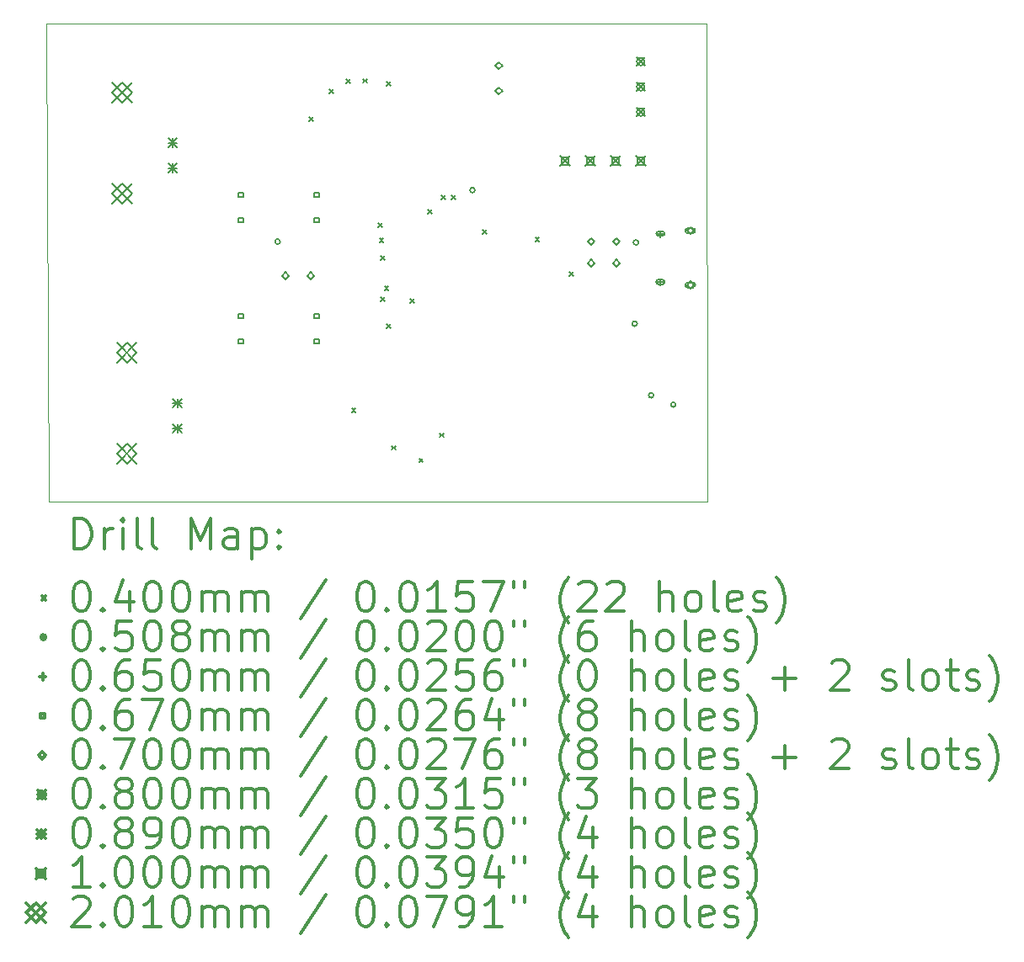
<source format=gbr>
%FSLAX45Y45*%
G04 Gerber Fmt 4.5, Leading zero omitted, Abs format (unit mm)*
G04 Created by KiCad (PCBNEW (5.1.10)-1) date 2021-10-24 19:56:07*
%MOMM*%
%LPD*%
G01*
G04 APERTURE LIST*
%TA.AperFunction,Profile*%
%ADD10C,0.100000*%
%TD*%
%ADD11C,0.200000*%
%ADD12C,0.300000*%
G04 APERTURE END LIST*
D10*
X11952500Y-6560000D02*
X11957500Y-6562500D01*
X11977500Y-11372500D02*
X11952500Y-6560000D01*
X18595000Y-11375000D02*
X11977500Y-11372500D01*
X18592500Y-6565000D02*
X18595000Y-11375000D01*
X11957500Y-6562500D02*
X18592500Y-6565000D01*
D11*
X14596180Y-7503710D02*
X14636180Y-7543710D01*
X14636180Y-7503710D02*
X14596180Y-7543710D01*
X14797190Y-7226720D02*
X14837190Y-7266720D01*
X14837190Y-7226720D02*
X14797190Y-7266720D01*
X14970010Y-7121260D02*
X15010010Y-7161260D01*
X15010010Y-7121260D02*
X14970010Y-7161260D01*
X15022460Y-10434120D02*
X15062460Y-10474120D01*
X15062460Y-10434120D02*
X15022460Y-10474120D01*
X15138890Y-7120050D02*
X15178890Y-7160050D01*
X15178890Y-7120050D02*
X15138890Y-7160050D01*
X15291700Y-8568660D02*
X15331700Y-8608660D01*
X15331700Y-8568660D02*
X15291700Y-8608660D01*
X15301860Y-8726140D02*
X15341860Y-8766140D01*
X15341860Y-8726140D02*
X15301860Y-8766140D01*
X15312020Y-8898860D02*
X15352020Y-8938860D01*
X15352020Y-8898860D02*
X15312020Y-8938860D01*
X15315620Y-9313350D02*
X15355620Y-9353350D01*
X15355620Y-9313350D02*
X15315620Y-9353350D01*
X15352680Y-9207820D02*
X15392680Y-9247820D01*
X15392680Y-9207820D02*
X15352680Y-9247820D01*
X15372350Y-7146090D02*
X15412350Y-7186090D01*
X15412350Y-7146090D02*
X15372350Y-7186090D01*
X15375290Y-9587780D02*
X15415290Y-9627780D01*
X15415290Y-9587780D02*
X15375290Y-9627780D01*
X15423040Y-10811500D02*
X15463040Y-10851500D01*
X15463040Y-10811500D02*
X15423040Y-10851500D01*
X15612000Y-9333930D02*
X15652000Y-9373930D01*
X15652000Y-9333930D02*
X15612000Y-9373930D01*
X15700240Y-10938500D02*
X15740240Y-10978500D01*
X15740240Y-10938500D02*
X15700240Y-10978500D01*
X15786310Y-8435580D02*
X15826310Y-8475580D01*
X15826310Y-8435580D02*
X15786310Y-8475580D01*
X15905040Y-10684500D02*
X15945040Y-10724500D01*
X15945040Y-10684500D02*
X15905040Y-10724500D01*
X15925740Y-8294250D02*
X15965740Y-8334250D01*
X15965740Y-8294250D02*
X15925740Y-8334250D01*
X16026360Y-8292720D02*
X16066360Y-8332720D01*
X16066360Y-8292720D02*
X16026360Y-8332720D01*
X16339770Y-8641650D02*
X16379770Y-8681650D01*
X16379770Y-8641650D02*
X16339770Y-8681650D01*
X16868220Y-8714180D02*
X16908220Y-8754180D01*
X16908220Y-8714180D02*
X16868220Y-8754180D01*
X17212500Y-9060000D02*
X17252500Y-9100000D01*
X17252500Y-9060000D02*
X17212500Y-9100000D01*
X14303320Y-8756300D02*
G75*
G03*
X14303320Y-8756300I-25400J0D01*
G01*
X16261870Y-8238530D02*
G75*
G03*
X16261870Y-8238530I-25400J0D01*
G01*
X17892900Y-9582500D02*
G75*
G03*
X17892900Y-9582500I-25400J0D01*
G01*
X17905400Y-8765000D02*
G75*
G03*
X17905400Y-8765000I-25400J0D01*
G01*
X18057950Y-10302450D02*
G75*
G03*
X18057950Y-10302450I-25400J0D01*
G01*
X18281500Y-10397000D02*
G75*
G03*
X18281500Y-10397000I-25400J0D01*
G01*
X18126500Y-8645500D02*
X18126500Y-8710500D01*
X18094000Y-8678000D02*
X18159000Y-8678000D01*
X18146500Y-8655500D02*
X18106500Y-8655500D01*
X18146500Y-8700500D02*
X18106500Y-8700500D01*
X18106500Y-8655500D02*
G75*
G03*
X18106500Y-8700500I0J-22500D01*
G01*
X18146500Y-8700500D02*
G75*
G03*
X18146500Y-8655500I0J22500D01*
G01*
X18126500Y-9129500D02*
X18126500Y-9194500D01*
X18094000Y-9162000D02*
X18159000Y-9162000D01*
X18146500Y-9139500D02*
X18106500Y-9139500D01*
X18146500Y-9184500D02*
X18106500Y-9184500D01*
X18106500Y-9139500D02*
G75*
G03*
X18106500Y-9184500I0J-22500D01*
G01*
X18146500Y-9184500D02*
G75*
G03*
X18146500Y-9139500I0J22500D01*
G01*
X13933308Y-8310088D02*
X13933308Y-8262712D01*
X13885932Y-8262712D01*
X13885932Y-8310088D01*
X13933308Y-8310088D01*
X13933308Y-8564088D02*
X13933308Y-8516712D01*
X13885932Y-8516712D01*
X13885932Y-8564088D01*
X13933308Y-8564088D01*
X13933308Y-9529288D02*
X13933308Y-9481912D01*
X13885932Y-9481912D01*
X13885932Y-9529288D01*
X13933308Y-9529288D01*
X13933308Y-9783288D02*
X13933308Y-9735912D01*
X13885932Y-9735912D01*
X13885932Y-9783288D01*
X13933308Y-9783288D01*
X14695308Y-8310088D02*
X14695308Y-8262712D01*
X14647932Y-8262712D01*
X14647932Y-8310088D01*
X14695308Y-8310088D01*
X14695308Y-8564088D02*
X14695308Y-8516712D01*
X14647932Y-8516712D01*
X14647932Y-8564088D01*
X14695308Y-8564088D01*
X14695308Y-9529288D02*
X14695308Y-9481912D01*
X14647932Y-9481912D01*
X14647932Y-9529288D01*
X14695308Y-9529288D01*
X14695308Y-9783288D02*
X14695308Y-9735912D01*
X14647932Y-9735912D01*
X14647932Y-9783288D01*
X14695308Y-9783288D01*
X14356000Y-9135000D02*
X14391000Y-9100000D01*
X14356000Y-9065000D01*
X14321000Y-9100000D01*
X14356000Y-9135000D01*
X14610000Y-9135000D02*
X14645000Y-9100000D01*
X14610000Y-9065000D01*
X14575000Y-9100000D01*
X14610000Y-9135000D01*
X16502500Y-7022500D02*
X16537500Y-6987500D01*
X16502500Y-6952500D01*
X16467500Y-6987500D01*
X16502500Y-7022500D01*
X16502500Y-7276500D02*
X16537500Y-7241500D01*
X16502500Y-7206500D01*
X16467500Y-7241500D01*
X16502500Y-7276500D01*
X17431000Y-8792500D02*
X17466000Y-8757500D01*
X17431000Y-8722500D01*
X17396000Y-8757500D01*
X17431000Y-8792500D01*
X17431000Y-9007500D02*
X17466000Y-8972500D01*
X17431000Y-8937500D01*
X17396000Y-8972500D01*
X17431000Y-9007500D01*
X17685000Y-8792500D02*
X17720000Y-8757500D01*
X17685000Y-8722500D01*
X17650000Y-8757500D01*
X17685000Y-8792500D01*
X17685000Y-9007500D02*
X17720000Y-8972500D01*
X17685000Y-8937500D01*
X17650000Y-8972500D01*
X17685000Y-9007500D01*
X18426500Y-8682000D02*
X18461500Y-8647000D01*
X18426500Y-8612000D01*
X18391500Y-8647000D01*
X18426500Y-8682000D01*
X18451500Y-8622000D02*
X18401500Y-8622000D01*
X18451500Y-8672000D02*
X18401500Y-8672000D01*
X18401500Y-8622000D02*
G75*
G03*
X18401500Y-8672000I0J-25000D01*
G01*
X18451500Y-8672000D02*
G75*
G03*
X18451500Y-8622000I0J25000D01*
G01*
X18426500Y-9228000D02*
X18461500Y-9193000D01*
X18426500Y-9158000D01*
X18391500Y-9193000D01*
X18426500Y-9228000D01*
X18451500Y-9168000D02*
X18401500Y-9168000D01*
X18451500Y-9218000D02*
X18401500Y-9218000D01*
X18401500Y-9168000D02*
G75*
G03*
X18401500Y-9218000I0J-25000D01*
G01*
X18451500Y-9218000D02*
G75*
G03*
X18451500Y-9168000I0J25000D01*
G01*
X17887900Y-6905300D02*
X17967900Y-6985300D01*
X17967900Y-6905300D02*
X17887900Y-6985300D01*
X17967900Y-6945300D02*
G75*
G03*
X17967900Y-6945300I-40000J0D01*
G01*
X17887900Y-7159300D02*
X17967900Y-7239300D01*
X17967900Y-7159300D02*
X17887900Y-7239300D01*
X17967900Y-7199300D02*
G75*
G03*
X17967900Y-7199300I-40000J0D01*
G01*
X17887900Y-7413300D02*
X17967900Y-7493300D01*
X17967900Y-7413300D02*
X17887900Y-7493300D01*
X17967900Y-7453300D02*
G75*
G03*
X17967900Y-7453300I-40000J0D01*
G01*
X13179320Y-7718700D02*
X13268320Y-7807700D01*
X13268320Y-7718700D02*
X13179320Y-7807700D01*
X13223820Y-7718700D02*
X13223820Y-7807700D01*
X13179320Y-7763200D02*
X13268320Y-7763200D01*
X13179320Y-7972700D02*
X13268320Y-8061700D01*
X13268320Y-7972700D02*
X13179320Y-8061700D01*
X13223820Y-7972700D02*
X13223820Y-8061700D01*
X13179320Y-8017200D02*
X13268320Y-8017200D01*
X13224260Y-10336200D02*
X13313260Y-10425200D01*
X13313260Y-10336200D02*
X13224260Y-10425200D01*
X13268760Y-10336200D02*
X13268760Y-10425200D01*
X13224260Y-10380700D02*
X13313260Y-10380700D01*
X13224260Y-10590200D02*
X13313260Y-10679200D01*
X13313260Y-10590200D02*
X13224260Y-10679200D01*
X13268760Y-10590200D02*
X13268760Y-10679200D01*
X13224260Y-10634700D02*
X13313260Y-10634700D01*
X17118400Y-7896000D02*
X17218400Y-7996000D01*
X17218400Y-7896000D02*
X17118400Y-7996000D01*
X17203756Y-7981356D02*
X17203756Y-7910644D01*
X17133044Y-7910644D01*
X17133044Y-7981356D01*
X17203756Y-7981356D01*
X17372400Y-7896000D02*
X17472400Y-7996000D01*
X17472400Y-7896000D02*
X17372400Y-7996000D01*
X17457756Y-7981356D02*
X17457756Y-7910644D01*
X17387044Y-7910644D01*
X17387044Y-7981356D01*
X17457756Y-7981356D01*
X17626400Y-7896000D02*
X17726400Y-7996000D01*
X17726400Y-7896000D02*
X17626400Y-7996000D01*
X17711756Y-7981356D02*
X17711756Y-7910644D01*
X17641044Y-7910644D01*
X17641044Y-7981356D01*
X17711756Y-7981356D01*
X17880400Y-7896000D02*
X17980400Y-7996000D01*
X17980400Y-7896000D02*
X17880400Y-7996000D01*
X17965756Y-7981356D02*
X17965756Y-7910644D01*
X17895044Y-7910644D01*
X17895044Y-7981356D01*
X17965756Y-7981356D01*
X12615320Y-7154700D02*
X12816320Y-7355700D01*
X12816320Y-7154700D02*
X12615320Y-7355700D01*
X12715820Y-7355700D02*
X12816320Y-7255200D01*
X12715820Y-7154700D01*
X12615320Y-7255200D01*
X12715820Y-7355700D01*
X12615320Y-8170700D02*
X12816320Y-8371700D01*
X12816320Y-8170700D02*
X12615320Y-8371700D01*
X12715820Y-8371700D02*
X12816320Y-8271200D01*
X12715820Y-8170700D01*
X12615320Y-8271200D01*
X12715820Y-8371700D01*
X12660260Y-9772200D02*
X12861260Y-9973200D01*
X12861260Y-9772200D02*
X12660260Y-9973200D01*
X12760760Y-9973200D02*
X12861260Y-9872700D01*
X12760760Y-9772200D01*
X12660260Y-9872700D01*
X12760760Y-9973200D01*
X12660260Y-10788200D02*
X12861260Y-10989200D01*
X12861260Y-10788200D02*
X12660260Y-10989200D01*
X12760760Y-10989200D02*
X12861260Y-10888700D01*
X12760760Y-10788200D01*
X12660260Y-10888700D01*
X12760760Y-10989200D01*
D12*
X12233928Y-11845714D02*
X12233928Y-11545714D01*
X12305357Y-11545714D01*
X12348214Y-11560000D01*
X12376786Y-11588571D01*
X12391071Y-11617143D01*
X12405357Y-11674286D01*
X12405357Y-11717143D01*
X12391071Y-11774286D01*
X12376786Y-11802857D01*
X12348214Y-11831429D01*
X12305357Y-11845714D01*
X12233928Y-11845714D01*
X12533928Y-11845714D02*
X12533928Y-11645714D01*
X12533928Y-11702857D02*
X12548214Y-11674286D01*
X12562500Y-11660000D01*
X12591071Y-11645714D01*
X12619643Y-11645714D01*
X12719643Y-11845714D02*
X12719643Y-11645714D01*
X12719643Y-11545714D02*
X12705357Y-11560000D01*
X12719643Y-11574286D01*
X12733928Y-11560000D01*
X12719643Y-11545714D01*
X12719643Y-11574286D01*
X12905357Y-11845714D02*
X12876786Y-11831429D01*
X12862500Y-11802857D01*
X12862500Y-11545714D01*
X13062500Y-11845714D02*
X13033928Y-11831429D01*
X13019643Y-11802857D01*
X13019643Y-11545714D01*
X13405357Y-11845714D02*
X13405357Y-11545714D01*
X13505357Y-11760000D01*
X13605357Y-11545714D01*
X13605357Y-11845714D01*
X13876786Y-11845714D02*
X13876786Y-11688571D01*
X13862500Y-11660000D01*
X13833928Y-11645714D01*
X13776786Y-11645714D01*
X13748214Y-11660000D01*
X13876786Y-11831429D02*
X13848214Y-11845714D01*
X13776786Y-11845714D01*
X13748214Y-11831429D01*
X13733928Y-11802857D01*
X13733928Y-11774286D01*
X13748214Y-11745714D01*
X13776786Y-11731429D01*
X13848214Y-11731429D01*
X13876786Y-11717143D01*
X14019643Y-11645714D02*
X14019643Y-11945714D01*
X14019643Y-11660000D02*
X14048214Y-11645714D01*
X14105357Y-11645714D01*
X14133928Y-11660000D01*
X14148214Y-11674286D01*
X14162500Y-11702857D01*
X14162500Y-11788571D01*
X14148214Y-11817143D01*
X14133928Y-11831429D01*
X14105357Y-11845714D01*
X14048214Y-11845714D01*
X14019643Y-11831429D01*
X14291071Y-11817143D02*
X14305357Y-11831429D01*
X14291071Y-11845714D01*
X14276786Y-11831429D01*
X14291071Y-11817143D01*
X14291071Y-11845714D01*
X14291071Y-11660000D02*
X14305357Y-11674286D01*
X14291071Y-11688571D01*
X14276786Y-11674286D01*
X14291071Y-11660000D01*
X14291071Y-11688571D01*
X11907500Y-12320000D02*
X11947500Y-12360000D01*
X11947500Y-12320000D02*
X11907500Y-12360000D01*
X12291071Y-12175714D02*
X12319643Y-12175714D01*
X12348214Y-12190000D01*
X12362500Y-12204286D01*
X12376786Y-12232857D01*
X12391071Y-12290000D01*
X12391071Y-12361429D01*
X12376786Y-12418571D01*
X12362500Y-12447143D01*
X12348214Y-12461429D01*
X12319643Y-12475714D01*
X12291071Y-12475714D01*
X12262500Y-12461429D01*
X12248214Y-12447143D01*
X12233928Y-12418571D01*
X12219643Y-12361429D01*
X12219643Y-12290000D01*
X12233928Y-12232857D01*
X12248214Y-12204286D01*
X12262500Y-12190000D01*
X12291071Y-12175714D01*
X12519643Y-12447143D02*
X12533928Y-12461429D01*
X12519643Y-12475714D01*
X12505357Y-12461429D01*
X12519643Y-12447143D01*
X12519643Y-12475714D01*
X12791071Y-12275714D02*
X12791071Y-12475714D01*
X12719643Y-12161429D02*
X12648214Y-12375714D01*
X12833928Y-12375714D01*
X13005357Y-12175714D02*
X13033928Y-12175714D01*
X13062500Y-12190000D01*
X13076786Y-12204286D01*
X13091071Y-12232857D01*
X13105357Y-12290000D01*
X13105357Y-12361429D01*
X13091071Y-12418571D01*
X13076786Y-12447143D01*
X13062500Y-12461429D01*
X13033928Y-12475714D01*
X13005357Y-12475714D01*
X12976786Y-12461429D01*
X12962500Y-12447143D01*
X12948214Y-12418571D01*
X12933928Y-12361429D01*
X12933928Y-12290000D01*
X12948214Y-12232857D01*
X12962500Y-12204286D01*
X12976786Y-12190000D01*
X13005357Y-12175714D01*
X13291071Y-12175714D02*
X13319643Y-12175714D01*
X13348214Y-12190000D01*
X13362500Y-12204286D01*
X13376786Y-12232857D01*
X13391071Y-12290000D01*
X13391071Y-12361429D01*
X13376786Y-12418571D01*
X13362500Y-12447143D01*
X13348214Y-12461429D01*
X13319643Y-12475714D01*
X13291071Y-12475714D01*
X13262500Y-12461429D01*
X13248214Y-12447143D01*
X13233928Y-12418571D01*
X13219643Y-12361429D01*
X13219643Y-12290000D01*
X13233928Y-12232857D01*
X13248214Y-12204286D01*
X13262500Y-12190000D01*
X13291071Y-12175714D01*
X13519643Y-12475714D02*
X13519643Y-12275714D01*
X13519643Y-12304286D02*
X13533928Y-12290000D01*
X13562500Y-12275714D01*
X13605357Y-12275714D01*
X13633928Y-12290000D01*
X13648214Y-12318571D01*
X13648214Y-12475714D01*
X13648214Y-12318571D02*
X13662500Y-12290000D01*
X13691071Y-12275714D01*
X13733928Y-12275714D01*
X13762500Y-12290000D01*
X13776786Y-12318571D01*
X13776786Y-12475714D01*
X13919643Y-12475714D02*
X13919643Y-12275714D01*
X13919643Y-12304286D02*
X13933928Y-12290000D01*
X13962500Y-12275714D01*
X14005357Y-12275714D01*
X14033928Y-12290000D01*
X14048214Y-12318571D01*
X14048214Y-12475714D01*
X14048214Y-12318571D02*
X14062500Y-12290000D01*
X14091071Y-12275714D01*
X14133928Y-12275714D01*
X14162500Y-12290000D01*
X14176786Y-12318571D01*
X14176786Y-12475714D01*
X14762500Y-12161429D02*
X14505357Y-12547143D01*
X15148214Y-12175714D02*
X15176786Y-12175714D01*
X15205357Y-12190000D01*
X15219643Y-12204286D01*
X15233928Y-12232857D01*
X15248214Y-12290000D01*
X15248214Y-12361429D01*
X15233928Y-12418571D01*
X15219643Y-12447143D01*
X15205357Y-12461429D01*
X15176786Y-12475714D01*
X15148214Y-12475714D01*
X15119643Y-12461429D01*
X15105357Y-12447143D01*
X15091071Y-12418571D01*
X15076786Y-12361429D01*
X15076786Y-12290000D01*
X15091071Y-12232857D01*
X15105357Y-12204286D01*
X15119643Y-12190000D01*
X15148214Y-12175714D01*
X15376786Y-12447143D02*
X15391071Y-12461429D01*
X15376786Y-12475714D01*
X15362500Y-12461429D01*
X15376786Y-12447143D01*
X15376786Y-12475714D01*
X15576786Y-12175714D02*
X15605357Y-12175714D01*
X15633928Y-12190000D01*
X15648214Y-12204286D01*
X15662500Y-12232857D01*
X15676786Y-12290000D01*
X15676786Y-12361429D01*
X15662500Y-12418571D01*
X15648214Y-12447143D01*
X15633928Y-12461429D01*
X15605357Y-12475714D01*
X15576786Y-12475714D01*
X15548214Y-12461429D01*
X15533928Y-12447143D01*
X15519643Y-12418571D01*
X15505357Y-12361429D01*
X15505357Y-12290000D01*
X15519643Y-12232857D01*
X15533928Y-12204286D01*
X15548214Y-12190000D01*
X15576786Y-12175714D01*
X15962500Y-12475714D02*
X15791071Y-12475714D01*
X15876786Y-12475714D02*
X15876786Y-12175714D01*
X15848214Y-12218571D01*
X15819643Y-12247143D01*
X15791071Y-12261429D01*
X16233928Y-12175714D02*
X16091071Y-12175714D01*
X16076786Y-12318571D01*
X16091071Y-12304286D01*
X16119643Y-12290000D01*
X16191071Y-12290000D01*
X16219643Y-12304286D01*
X16233928Y-12318571D01*
X16248214Y-12347143D01*
X16248214Y-12418571D01*
X16233928Y-12447143D01*
X16219643Y-12461429D01*
X16191071Y-12475714D01*
X16119643Y-12475714D01*
X16091071Y-12461429D01*
X16076786Y-12447143D01*
X16348214Y-12175714D02*
X16548214Y-12175714D01*
X16419643Y-12475714D01*
X16648214Y-12175714D02*
X16648214Y-12232857D01*
X16762500Y-12175714D02*
X16762500Y-12232857D01*
X17205357Y-12590000D02*
X17191071Y-12575714D01*
X17162500Y-12532857D01*
X17148214Y-12504286D01*
X17133928Y-12461429D01*
X17119643Y-12390000D01*
X17119643Y-12332857D01*
X17133928Y-12261429D01*
X17148214Y-12218571D01*
X17162500Y-12190000D01*
X17191071Y-12147143D01*
X17205357Y-12132857D01*
X17305357Y-12204286D02*
X17319643Y-12190000D01*
X17348214Y-12175714D01*
X17419643Y-12175714D01*
X17448214Y-12190000D01*
X17462500Y-12204286D01*
X17476786Y-12232857D01*
X17476786Y-12261429D01*
X17462500Y-12304286D01*
X17291071Y-12475714D01*
X17476786Y-12475714D01*
X17591071Y-12204286D02*
X17605357Y-12190000D01*
X17633928Y-12175714D01*
X17705357Y-12175714D01*
X17733928Y-12190000D01*
X17748214Y-12204286D01*
X17762500Y-12232857D01*
X17762500Y-12261429D01*
X17748214Y-12304286D01*
X17576786Y-12475714D01*
X17762500Y-12475714D01*
X18119643Y-12475714D02*
X18119643Y-12175714D01*
X18248214Y-12475714D02*
X18248214Y-12318571D01*
X18233928Y-12290000D01*
X18205357Y-12275714D01*
X18162500Y-12275714D01*
X18133928Y-12290000D01*
X18119643Y-12304286D01*
X18433928Y-12475714D02*
X18405357Y-12461429D01*
X18391071Y-12447143D01*
X18376786Y-12418571D01*
X18376786Y-12332857D01*
X18391071Y-12304286D01*
X18405357Y-12290000D01*
X18433928Y-12275714D01*
X18476786Y-12275714D01*
X18505357Y-12290000D01*
X18519643Y-12304286D01*
X18533928Y-12332857D01*
X18533928Y-12418571D01*
X18519643Y-12447143D01*
X18505357Y-12461429D01*
X18476786Y-12475714D01*
X18433928Y-12475714D01*
X18705357Y-12475714D02*
X18676786Y-12461429D01*
X18662500Y-12432857D01*
X18662500Y-12175714D01*
X18933928Y-12461429D02*
X18905357Y-12475714D01*
X18848214Y-12475714D01*
X18819643Y-12461429D01*
X18805357Y-12432857D01*
X18805357Y-12318571D01*
X18819643Y-12290000D01*
X18848214Y-12275714D01*
X18905357Y-12275714D01*
X18933928Y-12290000D01*
X18948214Y-12318571D01*
X18948214Y-12347143D01*
X18805357Y-12375714D01*
X19062500Y-12461429D02*
X19091071Y-12475714D01*
X19148214Y-12475714D01*
X19176786Y-12461429D01*
X19191071Y-12432857D01*
X19191071Y-12418571D01*
X19176786Y-12390000D01*
X19148214Y-12375714D01*
X19105357Y-12375714D01*
X19076786Y-12361429D01*
X19062500Y-12332857D01*
X19062500Y-12318571D01*
X19076786Y-12290000D01*
X19105357Y-12275714D01*
X19148214Y-12275714D01*
X19176786Y-12290000D01*
X19291071Y-12590000D02*
X19305357Y-12575714D01*
X19333928Y-12532857D01*
X19348214Y-12504286D01*
X19362500Y-12461429D01*
X19376786Y-12390000D01*
X19376786Y-12332857D01*
X19362500Y-12261429D01*
X19348214Y-12218571D01*
X19333928Y-12190000D01*
X19305357Y-12147143D01*
X19291071Y-12132857D01*
X11947500Y-12736000D02*
G75*
G03*
X11947500Y-12736000I-25400J0D01*
G01*
X12291071Y-12571714D02*
X12319643Y-12571714D01*
X12348214Y-12586000D01*
X12362500Y-12600286D01*
X12376786Y-12628857D01*
X12391071Y-12686000D01*
X12391071Y-12757429D01*
X12376786Y-12814571D01*
X12362500Y-12843143D01*
X12348214Y-12857429D01*
X12319643Y-12871714D01*
X12291071Y-12871714D01*
X12262500Y-12857429D01*
X12248214Y-12843143D01*
X12233928Y-12814571D01*
X12219643Y-12757429D01*
X12219643Y-12686000D01*
X12233928Y-12628857D01*
X12248214Y-12600286D01*
X12262500Y-12586000D01*
X12291071Y-12571714D01*
X12519643Y-12843143D02*
X12533928Y-12857429D01*
X12519643Y-12871714D01*
X12505357Y-12857429D01*
X12519643Y-12843143D01*
X12519643Y-12871714D01*
X12805357Y-12571714D02*
X12662500Y-12571714D01*
X12648214Y-12714571D01*
X12662500Y-12700286D01*
X12691071Y-12686000D01*
X12762500Y-12686000D01*
X12791071Y-12700286D01*
X12805357Y-12714571D01*
X12819643Y-12743143D01*
X12819643Y-12814571D01*
X12805357Y-12843143D01*
X12791071Y-12857429D01*
X12762500Y-12871714D01*
X12691071Y-12871714D01*
X12662500Y-12857429D01*
X12648214Y-12843143D01*
X13005357Y-12571714D02*
X13033928Y-12571714D01*
X13062500Y-12586000D01*
X13076786Y-12600286D01*
X13091071Y-12628857D01*
X13105357Y-12686000D01*
X13105357Y-12757429D01*
X13091071Y-12814571D01*
X13076786Y-12843143D01*
X13062500Y-12857429D01*
X13033928Y-12871714D01*
X13005357Y-12871714D01*
X12976786Y-12857429D01*
X12962500Y-12843143D01*
X12948214Y-12814571D01*
X12933928Y-12757429D01*
X12933928Y-12686000D01*
X12948214Y-12628857D01*
X12962500Y-12600286D01*
X12976786Y-12586000D01*
X13005357Y-12571714D01*
X13276786Y-12700286D02*
X13248214Y-12686000D01*
X13233928Y-12671714D01*
X13219643Y-12643143D01*
X13219643Y-12628857D01*
X13233928Y-12600286D01*
X13248214Y-12586000D01*
X13276786Y-12571714D01*
X13333928Y-12571714D01*
X13362500Y-12586000D01*
X13376786Y-12600286D01*
X13391071Y-12628857D01*
X13391071Y-12643143D01*
X13376786Y-12671714D01*
X13362500Y-12686000D01*
X13333928Y-12700286D01*
X13276786Y-12700286D01*
X13248214Y-12714571D01*
X13233928Y-12728857D01*
X13219643Y-12757429D01*
X13219643Y-12814571D01*
X13233928Y-12843143D01*
X13248214Y-12857429D01*
X13276786Y-12871714D01*
X13333928Y-12871714D01*
X13362500Y-12857429D01*
X13376786Y-12843143D01*
X13391071Y-12814571D01*
X13391071Y-12757429D01*
X13376786Y-12728857D01*
X13362500Y-12714571D01*
X13333928Y-12700286D01*
X13519643Y-12871714D02*
X13519643Y-12671714D01*
X13519643Y-12700286D02*
X13533928Y-12686000D01*
X13562500Y-12671714D01*
X13605357Y-12671714D01*
X13633928Y-12686000D01*
X13648214Y-12714571D01*
X13648214Y-12871714D01*
X13648214Y-12714571D02*
X13662500Y-12686000D01*
X13691071Y-12671714D01*
X13733928Y-12671714D01*
X13762500Y-12686000D01*
X13776786Y-12714571D01*
X13776786Y-12871714D01*
X13919643Y-12871714D02*
X13919643Y-12671714D01*
X13919643Y-12700286D02*
X13933928Y-12686000D01*
X13962500Y-12671714D01*
X14005357Y-12671714D01*
X14033928Y-12686000D01*
X14048214Y-12714571D01*
X14048214Y-12871714D01*
X14048214Y-12714571D02*
X14062500Y-12686000D01*
X14091071Y-12671714D01*
X14133928Y-12671714D01*
X14162500Y-12686000D01*
X14176786Y-12714571D01*
X14176786Y-12871714D01*
X14762500Y-12557429D02*
X14505357Y-12943143D01*
X15148214Y-12571714D02*
X15176786Y-12571714D01*
X15205357Y-12586000D01*
X15219643Y-12600286D01*
X15233928Y-12628857D01*
X15248214Y-12686000D01*
X15248214Y-12757429D01*
X15233928Y-12814571D01*
X15219643Y-12843143D01*
X15205357Y-12857429D01*
X15176786Y-12871714D01*
X15148214Y-12871714D01*
X15119643Y-12857429D01*
X15105357Y-12843143D01*
X15091071Y-12814571D01*
X15076786Y-12757429D01*
X15076786Y-12686000D01*
X15091071Y-12628857D01*
X15105357Y-12600286D01*
X15119643Y-12586000D01*
X15148214Y-12571714D01*
X15376786Y-12843143D02*
X15391071Y-12857429D01*
X15376786Y-12871714D01*
X15362500Y-12857429D01*
X15376786Y-12843143D01*
X15376786Y-12871714D01*
X15576786Y-12571714D02*
X15605357Y-12571714D01*
X15633928Y-12586000D01*
X15648214Y-12600286D01*
X15662500Y-12628857D01*
X15676786Y-12686000D01*
X15676786Y-12757429D01*
X15662500Y-12814571D01*
X15648214Y-12843143D01*
X15633928Y-12857429D01*
X15605357Y-12871714D01*
X15576786Y-12871714D01*
X15548214Y-12857429D01*
X15533928Y-12843143D01*
X15519643Y-12814571D01*
X15505357Y-12757429D01*
X15505357Y-12686000D01*
X15519643Y-12628857D01*
X15533928Y-12600286D01*
X15548214Y-12586000D01*
X15576786Y-12571714D01*
X15791071Y-12600286D02*
X15805357Y-12586000D01*
X15833928Y-12571714D01*
X15905357Y-12571714D01*
X15933928Y-12586000D01*
X15948214Y-12600286D01*
X15962500Y-12628857D01*
X15962500Y-12657429D01*
X15948214Y-12700286D01*
X15776786Y-12871714D01*
X15962500Y-12871714D01*
X16148214Y-12571714D02*
X16176786Y-12571714D01*
X16205357Y-12586000D01*
X16219643Y-12600286D01*
X16233928Y-12628857D01*
X16248214Y-12686000D01*
X16248214Y-12757429D01*
X16233928Y-12814571D01*
X16219643Y-12843143D01*
X16205357Y-12857429D01*
X16176786Y-12871714D01*
X16148214Y-12871714D01*
X16119643Y-12857429D01*
X16105357Y-12843143D01*
X16091071Y-12814571D01*
X16076786Y-12757429D01*
X16076786Y-12686000D01*
X16091071Y-12628857D01*
X16105357Y-12600286D01*
X16119643Y-12586000D01*
X16148214Y-12571714D01*
X16433928Y-12571714D02*
X16462500Y-12571714D01*
X16491071Y-12586000D01*
X16505357Y-12600286D01*
X16519643Y-12628857D01*
X16533928Y-12686000D01*
X16533928Y-12757429D01*
X16519643Y-12814571D01*
X16505357Y-12843143D01*
X16491071Y-12857429D01*
X16462500Y-12871714D01*
X16433928Y-12871714D01*
X16405357Y-12857429D01*
X16391071Y-12843143D01*
X16376786Y-12814571D01*
X16362500Y-12757429D01*
X16362500Y-12686000D01*
X16376786Y-12628857D01*
X16391071Y-12600286D01*
X16405357Y-12586000D01*
X16433928Y-12571714D01*
X16648214Y-12571714D02*
X16648214Y-12628857D01*
X16762500Y-12571714D02*
X16762500Y-12628857D01*
X17205357Y-12986000D02*
X17191071Y-12971714D01*
X17162500Y-12928857D01*
X17148214Y-12900286D01*
X17133928Y-12857429D01*
X17119643Y-12786000D01*
X17119643Y-12728857D01*
X17133928Y-12657429D01*
X17148214Y-12614571D01*
X17162500Y-12586000D01*
X17191071Y-12543143D01*
X17205357Y-12528857D01*
X17448214Y-12571714D02*
X17391071Y-12571714D01*
X17362500Y-12586000D01*
X17348214Y-12600286D01*
X17319643Y-12643143D01*
X17305357Y-12700286D01*
X17305357Y-12814571D01*
X17319643Y-12843143D01*
X17333928Y-12857429D01*
X17362500Y-12871714D01*
X17419643Y-12871714D01*
X17448214Y-12857429D01*
X17462500Y-12843143D01*
X17476786Y-12814571D01*
X17476786Y-12743143D01*
X17462500Y-12714571D01*
X17448214Y-12700286D01*
X17419643Y-12686000D01*
X17362500Y-12686000D01*
X17333928Y-12700286D01*
X17319643Y-12714571D01*
X17305357Y-12743143D01*
X17833928Y-12871714D02*
X17833928Y-12571714D01*
X17962500Y-12871714D02*
X17962500Y-12714571D01*
X17948214Y-12686000D01*
X17919643Y-12671714D01*
X17876786Y-12671714D01*
X17848214Y-12686000D01*
X17833928Y-12700286D01*
X18148214Y-12871714D02*
X18119643Y-12857429D01*
X18105357Y-12843143D01*
X18091071Y-12814571D01*
X18091071Y-12728857D01*
X18105357Y-12700286D01*
X18119643Y-12686000D01*
X18148214Y-12671714D01*
X18191071Y-12671714D01*
X18219643Y-12686000D01*
X18233928Y-12700286D01*
X18248214Y-12728857D01*
X18248214Y-12814571D01*
X18233928Y-12843143D01*
X18219643Y-12857429D01*
X18191071Y-12871714D01*
X18148214Y-12871714D01*
X18419643Y-12871714D02*
X18391071Y-12857429D01*
X18376786Y-12828857D01*
X18376786Y-12571714D01*
X18648214Y-12857429D02*
X18619643Y-12871714D01*
X18562500Y-12871714D01*
X18533928Y-12857429D01*
X18519643Y-12828857D01*
X18519643Y-12714571D01*
X18533928Y-12686000D01*
X18562500Y-12671714D01*
X18619643Y-12671714D01*
X18648214Y-12686000D01*
X18662500Y-12714571D01*
X18662500Y-12743143D01*
X18519643Y-12771714D01*
X18776786Y-12857429D02*
X18805357Y-12871714D01*
X18862500Y-12871714D01*
X18891071Y-12857429D01*
X18905357Y-12828857D01*
X18905357Y-12814571D01*
X18891071Y-12786000D01*
X18862500Y-12771714D01*
X18819643Y-12771714D01*
X18791071Y-12757429D01*
X18776786Y-12728857D01*
X18776786Y-12714571D01*
X18791071Y-12686000D01*
X18819643Y-12671714D01*
X18862500Y-12671714D01*
X18891071Y-12686000D01*
X19005357Y-12986000D02*
X19019643Y-12971714D01*
X19048214Y-12928857D01*
X19062500Y-12900286D01*
X19076786Y-12857429D01*
X19091071Y-12786000D01*
X19091071Y-12728857D01*
X19076786Y-12657429D01*
X19062500Y-12614571D01*
X19048214Y-12586000D01*
X19019643Y-12543143D01*
X19005357Y-12528857D01*
X11915000Y-13099500D02*
X11915000Y-13164500D01*
X11882500Y-13132000D02*
X11947500Y-13132000D01*
X12291071Y-12967714D02*
X12319643Y-12967714D01*
X12348214Y-12982000D01*
X12362500Y-12996286D01*
X12376786Y-13024857D01*
X12391071Y-13082000D01*
X12391071Y-13153429D01*
X12376786Y-13210571D01*
X12362500Y-13239143D01*
X12348214Y-13253429D01*
X12319643Y-13267714D01*
X12291071Y-13267714D01*
X12262500Y-13253429D01*
X12248214Y-13239143D01*
X12233928Y-13210571D01*
X12219643Y-13153429D01*
X12219643Y-13082000D01*
X12233928Y-13024857D01*
X12248214Y-12996286D01*
X12262500Y-12982000D01*
X12291071Y-12967714D01*
X12519643Y-13239143D02*
X12533928Y-13253429D01*
X12519643Y-13267714D01*
X12505357Y-13253429D01*
X12519643Y-13239143D01*
X12519643Y-13267714D01*
X12791071Y-12967714D02*
X12733928Y-12967714D01*
X12705357Y-12982000D01*
X12691071Y-12996286D01*
X12662500Y-13039143D01*
X12648214Y-13096286D01*
X12648214Y-13210571D01*
X12662500Y-13239143D01*
X12676786Y-13253429D01*
X12705357Y-13267714D01*
X12762500Y-13267714D01*
X12791071Y-13253429D01*
X12805357Y-13239143D01*
X12819643Y-13210571D01*
X12819643Y-13139143D01*
X12805357Y-13110571D01*
X12791071Y-13096286D01*
X12762500Y-13082000D01*
X12705357Y-13082000D01*
X12676786Y-13096286D01*
X12662500Y-13110571D01*
X12648214Y-13139143D01*
X13091071Y-12967714D02*
X12948214Y-12967714D01*
X12933928Y-13110571D01*
X12948214Y-13096286D01*
X12976786Y-13082000D01*
X13048214Y-13082000D01*
X13076786Y-13096286D01*
X13091071Y-13110571D01*
X13105357Y-13139143D01*
X13105357Y-13210571D01*
X13091071Y-13239143D01*
X13076786Y-13253429D01*
X13048214Y-13267714D01*
X12976786Y-13267714D01*
X12948214Y-13253429D01*
X12933928Y-13239143D01*
X13291071Y-12967714D02*
X13319643Y-12967714D01*
X13348214Y-12982000D01*
X13362500Y-12996286D01*
X13376786Y-13024857D01*
X13391071Y-13082000D01*
X13391071Y-13153429D01*
X13376786Y-13210571D01*
X13362500Y-13239143D01*
X13348214Y-13253429D01*
X13319643Y-13267714D01*
X13291071Y-13267714D01*
X13262500Y-13253429D01*
X13248214Y-13239143D01*
X13233928Y-13210571D01*
X13219643Y-13153429D01*
X13219643Y-13082000D01*
X13233928Y-13024857D01*
X13248214Y-12996286D01*
X13262500Y-12982000D01*
X13291071Y-12967714D01*
X13519643Y-13267714D02*
X13519643Y-13067714D01*
X13519643Y-13096286D02*
X13533928Y-13082000D01*
X13562500Y-13067714D01*
X13605357Y-13067714D01*
X13633928Y-13082000D01*
X13648214Y-13110571D01*
X13648214Y-13267714D01*
X13648214Y-13110571D02*
X13662500Y-13082000D01*
X13691071Y-13067714D01*
X13733928Y-13067714D01*
X13762500Y-13082000D01*
X13776786Y-13110571D01*
X13776786Y-13267714D01*
X13919643Y-13267714D02*
X13919643Y-13067714D01*
X13919643Y-13096286D02*
X13933928Y-13082000D01*
X13962500Y-13067714D01*
X14005357Y-13067714D01*
X14033928Y-13082000D01*
X14048214Y-13110571D01*
X14048214Y-13267714D01*
X14048214Y-13110571D02*
X14062500Y-13082000D01*
X14091071Y-13067714D01*
X14133928Y-13067714D01*
X14162500Y-13082000D01*
X14176786Y-13110571D01*
X14176786Y-13267714D01*
X14762500Y-12953429D02*
X14505357Y-13339143D01*
X15148214Y-12967714D02*
X15176786Y-12967714D01*
X15205357Y-12982000D01*
X15219643Y-12996286D01*
X15233928Y-13024857D01*
X15248214Y-13082000D01*
X15248214Y-13153429D01*
X15233928Y-13210571D01*
X15219643Y-13239143D01*
X15205357Y-13253429D01*
X15176786Y-13267714D01*
X15148214Y-13267714D01*
X15119643Y-13253429D01*
X15105357Y-13239143D01*
X15091071Y-13210571D01*
X15076786Y-13153429D01*
X15076786Y-13082000D01*
X15091071Y-13024857D01*
X15105357Y-12996286D01*
X15119643Y-12982000D01*
X15148214Y-12967714D01*
X15376786Y-13239143D02*
X15391071Y-13253429D01*
X15376786Y-13267714D01*
X15362500Y-13253429D01*
X15376786Y-13239143D01*
X15376786Y-13267714D01*
X15576786Y-12967714D02*
X15605357Y-12967714D01*
X15633928Y-12982000D01*
X15648214Y-12996286D01*
X15662500Y-13024857D01*
X15676786Y-13082000D01*
X15676786Y-13153429D01*
X15662500Y-13210571D01*
X15648214Y-13239143D01*
X15633928Y-13253429D01*
X15605357Y-13267714D01*
X15576786Y-13267714D01*
X15548214Y-13253429D01*
X15533928Y-13239143D01*
X15519643Y-13210571D01*
X15505357Y-13153429D01*
X15505357Y-13082000D01*
X15519643Y-13024857D01*
X15533928Y-12996286D01*
X15548214Y-12982000D01*
X15576786Y-12967714D01*
X15791071Y-12996286D02*
X15805357Y-12982000D01*
X15833928Y-12967714D01*
X15905357Y-12967714D01*
X15933928Y-12982000D01*
X15948214Y-12996286D01*
X15962500Y-13024857D01*
X15962500Y-13053429D01*
X15948214Y-13096286D01*
X15776786Y-13267714D01*
X15962500Y-13267714D01*
X16233928Y-12967714D02*
X16091071Y-12967714D01*
X16076786Y-13110571D01*
X16091071Y-13096286D01*
X16119643Y-13082000D01*
X16191071Y-13082000D01*
X16219643Y-13096286D01*
X16233928Y-13110571D01*
X16248214Y-13139143D01*
X16248214Y-13210571D01*
X16233928Y-13239143D01*
X16219643Y-13253429D01*
X16191071Y-13267714D01*
X16119643Y-13267714D01*
X16091071Y-13253429D01*
X16076786Y-13239143D01*
X16505357Y-12967714D02*
X16448214Y-12967714D01*
X16419643Y-12982000D01*
X16405357Y-12996286D01*
X16376786Y-13039143D01*
X16362500Y-13096286D01*
X16362500Y-13210571D01*
X16376786Y-13239143D01*
X16391071Y-13253429D01*
X16419643Y-13267714D01*
X16476786Y-13267714D01*
X16505357Y-13253429D01*
X16519643Y-13239143D01*
X16533928Y-13210571D01*
X16533928Y-13139143D01*
X16519643Y-13110571D01*
X16505357Y-13096286D01*
X16476786Y-13082000D01*
X16419643Y-13082000D01*
X16391071Y-13096286D01*
X16376786Y-13110571D01*
X16362500Y-13139143D01*
X16648214Y-12967714D02*
X16648214Y-13024857D01*
X16762500Y-12967714D02*
X16762500Y-13024857D01*
X17205357Y-13382000D02*
X17191071Y-13367714D01*
X17162500Y-13324857D01*
X17148214Y-13296286D01*
X17133928Y-13253429D01*
X17119643Y-13182000D01*
X17119643Y-13124857D01*
X17133928Y-13053429D01*
X17148214Y-13010571D01*
X17162500Y-12982000D01*
X17191071Y-12939143D01*
X17205357Y-12924857D01*
X17376786Y-12967714D02*
X17405357Y-12967714D01*
X17433928Y-12982000D01*
X17448214Y-12996286D01*
X17462500Y-13024857D01*
X17476786Y-13082000D01*
X17476786Y-13153429D01*
X17462500Y-13210571D01*
X17448214Y-13239143D01*
X17433928Y-13253429D01*
X17405357Y-13267714D01*
X17376786Y-13267714D01*
X17348214Y-13253429D01*
X17333928Y-13239143D01*
X17319643Y-13210571D01*
X17305357Y-13153429D01*
X17305357Y-13082000D01*
X17319643Y-13024857D01*
X17333928Y-12996286D01*
X17348214Y-12982000D01*
X17376786Y-12967714D01*
X17833928Y-13267714D02*
X17833928Y-12967714D01*
X17962500Y-13267714D02*
X17962500Y-13110571D01*
X17948214Y-13082000D01*
X17919643Y-13067714D01*
X17876786Y-13067714D01*
X17848214Y-13082000D01*
X17833928Y-13096286D01*
X18148214Y-13267714D02*
X18119643Y-13253429D01*
X18105357Y-13239143D01*
X18091071Y-13210571D01*
X18091071Y-13124857D01*
X18105357Y-13096286D01*
X18119643Y-13082000D01*
X18148214Y-13067714D01*
X18191071Y-13067714D01*
X18219643Y-13082000D01*
X18233928Y-13096286D01*
X18248214Y-13124857D01*
X18248214Y-13210571D01*
X18233928Y-13239143D01*
X18219643Y-13253429D01*
X18191071Y-13267714D01*
X18148214Y-13267714D01*
X18419643Y-13267714D02*
X18391071Y-13253429D01*
X18376786Y-13224857D01*
X18376786Y-12967714D01*
X18648214Y-13253429D02*
X18619643Y-13267714D01*
X18562500Y-13267714D01*
X18533928Y-13253429D01*
X18519643Y-13224857D01*
X18519643Y-13110571D01*
X18533928Y-13082000D01*
X18562500Y-13067714D01*
X18619643Y-13067714D01*
X18648214Y-13082000D01*
X18662500Y-13110571D01*
X18662500Y-13139143D01*
X18519643Y-13167714D01*
X18776786Y-13253429D02*
X18805357Y-13267714D01*
X18862500Y-13267714D01*
X18891071Y-13253429D01*
X18905357Y-13224857D01*
X18905357Y-13210571D01*
X18891071Y-13182000D01*
X18862500Y-13167714D01*
X18819643Y-13167714D01*
X18791071Y-13153429D01*
X18776786Y-13124857D01*
X18776786Y-13110571D01*
X18791071Y-13082000D01*
X18819643Y-13067714D01*
X18862500Y-13067714D01*
X18891071Y-13082000D01*
X19262500Y-13153429D02*
X19491071Y-13153429D01*
X19376786Y-13267714D02*
X19376786Y-13039143D01*
X19848214Y-12996286D02*
X19862500Y-12982000D01*
X19891071Y-12967714D01*
X19962500Y-12967714D01*
X19991071Y-12982000D01*
X20005357Y-12996286D01*
X20019643Y-13024857D01*
X20019643Y-13053429D01*
X20005357Y-13096286D01*
X19833928Y-13267714D01*
X20019643Y-13267714D01*
X20362500Y-13253429D02*
X20391071Y-13267714D01*
X20448214Y-13267714D01*
X20476786Y-13253429D01*
X20491071Y-13224857D01*
X20491071Y-13210571D01*
X20476786Y-13182000D01*
X20448214Y-13167714D01*
X20405357Y-13167714D01*
X20376786Y-13153429D01*
X20362500Y-13124857D01*
X20362500Y-13110571D01*
X20376786Y-13082000D01*
X20405357Y-13067714D01*
X20448214Y-13067714D01*
X20476786Y-13082000D01*
X20662500Y-13267714D02*
X20633928Y-13253429D01*
X20619643Y-13224857D01*
X20619643Y-12967714D01*
X20819643Y-13267714D02*
X20791071Y-13253429D01*
X20776786Y-13239143D01*
X20762500Y-13210571D01*
X20762500Y-13124857D01*
X20776786Y-13096286D01*
X20791071Y-13082000D01*
X20819643Y-13067714D01*
X20862500Y-13067714D01*
X20891071Y-13082000D01*
X20905357Y-13096286D01*
X20919643Y-13124857D01*
X20919643Y-13210571D01*
X20905357Y-13239143D01*
X20891071Y-13253429D01*
X20862500Y-13267714D01*
X20819643Y-13267714D01*
X21005357Y-13067714D02*
X21119643Y-13067714D01*
X21048214Y-12967714D02*
X21048214Y-13224857D01*
X21062500Y-13253429D01*
X21091071Y-13267714D01*
X21119643Y-13267714D01*
X21205357Y-13253429D02*
X21233928Y-13267714D01*
X21291071Y-13267714D01*
X21319643Y-13253429D01*
X21333928Y-13224857D01*
X21333928Y-13210571D01*
X21319643Y-13182000D01*
X21291071Y-13167714D01*
X21248214Y-13167714D01*
X21219643Y-13153429D01*
X21205357Y-13124857D01*
X21205357Y-13110571D01*
X21219643Y-13082000D01*
X21248214Y-13067714D01*
X21291071Y-13067714D01*
X21319643Y-13082000D01*
X21433928Y-13382000D02*
X21448214Y-13367714D01*
X21476786Y-13324857D01*
X21491071Y-13296286D01*
X21505357Y-13253429D01*
X21519643Y-13182000D01*
X21519643Y-13124857D01*
X21505357Y-13053429D01*
X21491071Y-13010571D01*
X21476786Y-12982000D01*
X21448214Y-12939143D01*
X21433928Y-12924857D01*
X11937688Y-13551688D02*
X11937688Y-13504312D01*
X11890312Y-13504312D01*
X11890312Y-13551688D01*
X11937688Y-13551688D01*
X12291071Y-13363714D02*
X12319643Y-13363714D01*
X12348214Y-13378000D01*
X12362500Y-13392286D01*
X12376786Y-13420857D01*
X12391071Y-13478000D01*
X12391071Y-13549429D01*
X12376786Y-13606571D01*
X12362500Y-13635143D01*
X12348214Y-13649429D01*
X12319643Y-13663714D01*
X12291071Y-13663714D01*
X12262500Y-13649429D01*
X12248214Y-13635143D01*
X12233928Y-13606571D01*
X12219643Y-13549429D01*
X12219643Y-13478000D01*
X12233928Y-13420857D01*
X12248214Y-13392286D01*
X12262500Y-13378000D01*
X12291071Y-13363714D01*
X12519643Y-13635143D02*
X12533928Y-13649429D01*
X12519643Y-13663714D01*
X12505357Y-13649429D01*
X12519643Y-13635143D01*
X12519643Y-13663714D01*
X12791071Y-13363714D02*
X12733928Y-13363714D01*
X12705357Y-13378000D01*
X12691071Y-13392286D01*
X12662500Y-13435143D01*
X12648214Y-13492286D01*
X12648214Y-13606571D01*
X12662500Y-13635143D01*
X12676786Y-13649429D01*
X12705357Y-13663714D01*
X12762500Y-13663714D01*
X12791071Y-13649429D01*
X12805357Y-13635143D01*
X12819643Y-13606571D01*
X12819643Y-13535143D01*
X12805357Y-13506571D01*
X12791071Y-13492286D01*
X12762500Y-13478000D01*
X12705357Y-13478000D01*
X12676786Y-13492286D01*
X12662500Y-13506571D01*
X12648214Y-13535143D01*
X12919643Y-13363714D02*
X13119643Y-13363714D01*
X12991071Y-13663714D01*
X13291071Y-13363714D02*
X13319643Y-13363714D01*
X13348214Y-13378000D01*
X13362500Y-13392286D01*
X13376786Y-13420857D01*
X13391071Y-13478000D01*
X13391071Y-13549429D01*
X13376786Y-13606571D01*
X13362500Y-13635143D01*
X13348214Y-13649429D01*
X13319643Y-13663714D01*
X13291071Y-13663714D01*
X13262500Y-13649429D01*
X13248214Y-13635143D01*
X13233928Y-13606571D01*
X13219643Y-13549429D01*
X13219643Y-13478000D01*
X13233928Y-13420857D01*
X13248214Y-13392286D01*
X13262500Y-13378000D01*
X13291071Y-13363714D01*
X13519643Y-13663714D02*
X13519643Y-13463714D01*
X13519643Y-13492286D02*
X13533928Y-13478000D01*
X13562500Y-13463714D01*
X13605357Y-13463714D01*
X13633928Y-13478000D01*
X13648214Y-13506571D01*
X13648214Y-13663714D01*
X13648214Y-13506571D02*
X13662500Y-13478000D01*
X13691071Y-13463714D01*
X13733928Y-13463714D01*
X13762500Y-13478000D01*
X13776786Y-13506571D01*
X13776786Y-13663714D01*
X13919643Y-13663714D02*
X13919643Y-13463714D01*
X13919643Y-13492286D02*
X13933928Y-13478000D01*
X13962500Y-13463714D01*
X14005357Y-13463714D01*
X14033928Y-13478000D01*
X14048214Y-13506571D01*
X14048214Y-13663714D01*
X14048214Y-13506571D02*
X14062500Y-13478000D01*
X14091071Y-13463714D01*
X14133928Y-13463714D01*
X14162500Y-13478000D01*
X14176786Y-13506571D01*
X14176786Y-13663714D01*
X14762500Y-13349429D02*
X14505357Y-13735143D01*
X15148214Y-13363714D02*
X15176786Y-13363714D01*
X15205357Y-13378000D01*
X15219643Y-13392286D01*
X15233928Y-13420857D01*
X15248214Y-13478000D01*
X15248214Y-13549429D01*
X15233928Y-13606571D01*
X15219643Y-13635143D01*
X15205357Y-13649429D01*
X15176786Y-13663714D01*
X15148214Y-13663714D01*
X15119643Y-13649429D01*
X15105357Y-13635143D01*
X15091071Y-13606571D01*
X15076786Y-13549429D01*
X15076786Y-13478000D01*
X15091071Y-13420857D01*
X15105357Y-13392286D01*
X15119643Y-13378000D01*
X15148214Y-13363714D01*
X15376786Y-13635143D02*
X15391071Y-13649429D01*
X15376786Y-13663714D01*
X15362500Y-13649429D01*
X15376786Y-13635143D01*
X15376786Y-13663714D01*
X15576786Y-13363714D02*
X15605357Y-13363714D01*
X15633928Y-13378000D01*
X15648214Y-13392286D01*
X15662500Y-13420857D01*
X15676786Y-13478000D01*
X15676786Y-13549429D01*
X15662500Y-13606571D01*
X15648214Y-13635143D01*
X15633928Y-13649429D01*
X15605357Y-13663714D01*
X15576786Y-13663714D01*
X15548214Y-13649429D01*
X15533928Y-13635143D01*
X15519643Y-13606571D01*
X15505357Y-13549429D01*
X15505357Y-13478000D01*
X15519643Y-13420857D01*
X15533928Y-13392286D01*
X15548214Y-13378000D01*
X15576786Y-13363714D01*
X15791071Y-13392286D02*
X15805357Y-13378000D01*
X15833928Y-13363714D01*
X15905357Y-13363714D01*
X15933928Y-13378000D01*
X15948214Y-13392286D01*
X15962500Y-13420857D01*
X15962500Y-13449429D01*
X15948214Y-13492286D01*
X15776786Y-13663714D01*
X15962500Y-13663714D01*
X16219643Y-13363714D02*
X16162500Y-13363714D01*
X16133928Y-13378000D01*
X16119643Y-13392286D01*
X16091071Y-13435143D01*
X16076786Y-13492286D01*
X16076786Y-13606571D01*
X16091071Y-13635143D01*
X16105357Y-13649429D01*
X16133928Y-13663714D01*
X16191071Y-13663714D01*
X16219643Y-13649429D01*
X16233928Y-13635143D01*
X16248214Y-13606571D01*
X16248214Y-13535143D01*
X16233928Y-13506571D01*
X16219643Y-13492286D01*
X16191071Y-13478000D01*
X16133928Y-13478000D01*
X16105357Y-13492286D01*
X16091071Y-13506571D01*
X16076786Y-13535143D01*
X16505357Y-13463714D02*
X16505357Y-13663714D01*
X16433928Y-13349429D02*
X16362500Y-13563714D01*
X16548214Y-13563714D01*
X16648214Y-13363714D02*
X16648214Y-13420857D01*
X16762500Y-13363714D02*
X16762500Y-13420857D01*
X17205357Y-13778000D02*
X17191071Y-13763714D01*
X17162500Y-13720857D01*
X17148214Y-13692286D01*
X17133928Y-13649429D01*
X17119643Y-13578000D01*
X17119643Y-13520857D01*
X17133928Y-13449429D01*
X17148214Y-13406571D01*
X17162500Y-13378000D01*
X17191071Y-13335143D01*
X17205357Y-13320857D01*
X17362500Y-13492286D02*
X17333928Y-13478000D01*
X17319643Y-13463714D01*
X17305357Y-13435143D01*
X17305357Y-13420857D01*
X17319643Y-13392286D01*
X17333928Y-13378000D01*
X17362500Y-13363714D01*
X17419643Y-13363714D01*
X17448214Y-13378000D01*
X17462500Y-13392286D01*
X17476786Y-13420857D01*
X17476786Y-13435143D01*
X17462500Y-13463714D01*
X17448214Y-13478000D01*
X17419643Y-13492286D01*
X17362500Y-13492286D01*
X17333928Y-13506571D01*
X17319643Y-13520857D01*
X17305357Y-13549429D01*
X17305357Y-13606571D01*
X17319643Y-13635143D01*
X17333928Y-13649429D01*
X17362500Y-13663714D01*
X17419643Y-13663714D01*
X17448214Y-13649429D01*
X17462500Y-13635143D01*
X17476786Y-13606571D01*
X17476786Y-13549429D01*
X17462500Y-13520857D01*
X17448214Y-13506571D01*
X17419643Y-13492286D01*
X17833928Y-13663714D02*
X17833928Y-13363714D01*
X17962500Y-13663714D02*
X17962500Y-13506571D01*
X17948214Y-13478000D01*
X17919643Y-13463714D01*
X17876786Y-13463714D01*
X17848214Y-13478000D01*
X17833928Y-13492286D01*
X18148214Y-13663714D02*
X18119643Y-13649429D01*
X18105357Y-13635143D01*
X18091071Y-13606571D01*
X18091071Y-13520857D01*
X18105357Y-13492286D01*
X18119643Y-13478000D01*
X18148214Y-13463714D01*
X18191071Y-13463714D01*
X18219643Y-13478000D01*
X18233928Y-13492286D01*
X18248214Y-13520857D01*
X18248214Y-13606571D01*
X18233928Y-13635143D01*
X18219643Y-13649429D01*
X18191071Y-13663714D01*
X18148214Y-13663714D01*
X18419643Y-13663714D02*
X18391071Y-13649429D01*
X18376786Y-13620857D01*
X18376786Y-13363714D01*
X18648214Y-13649429D02*
X18619643Y-13663714D01*
X18562500Y-13663714D01*
X18533928Y-13649429D01*
X18519643Y-13620857D01*
X18519643Y-13506571D01*
X18533928Y-13478000D01*
X18562500Y-13463714D01*
X18619643Y-13463714D01*
X18648214Y-13478000D01*
X18662500Y-13506571D01*
X18662500Y-13535143D01*
X18519643Y-13563714D01*
X18776786Y-13649429D02*
X18805357Y-13663714D01*
X18862500Y-13663714D01*
X18891071Y-13649429D01*
X18905357Y-13620857D01*
X18905357Y-13606571D01*
X18891071Y-13578000D01*
X18862500Y-13563714D01*
X18819643Y-13563714D01*
X18791071Y-13549429D01*
X18776786Y-13520857D01*
X18776786Y-13506571D01*
X18791071Y-13478000D01*
X18819643Y-13463714D01*
X18862500Y-13463714D01*
X18891071Y-13478000D01*
X19005357Y-13778000D02*
X19019643Y-13763714D01*
X19048214Y-13720857D01*
X19062500Y-13692286D01*
X19076786Y-13649429D01*
X19091071Y-13578000D01*
X19091071Y-13520857D01*
X19076786Y-13449429D01*
X19062500Y-13406571D01*
X19048214Y-13378000D01*
X19019643Y-13335143D01*
X19005357Y-13320857D01*
X11912500Y-13959000D02*
X11947500Y-13924000D01*
X11912500Y-13889000D01*
X11877500Y-13924000D01*
X11912500Y-13959000D01*
X12291071Y-13759714D02*
X12319643Y-13759714D01*
X12348214Y-13774000D01*
X12362500Y-13788286D01*
X12376786Y-13816857D01*
X12391071Y-13874000D01*
X12391071Y-13945429D01*
X12376786Y-14002571D01*
X12362500Y-14031143D01*
X12348214Y-14045429D01*
X12319643Y-14059714D01*
X12291071Y-14059714D01*
X12262500Y-14045429D01*
X12248214Y-14031143D01*
X12233928Y-14002571D01*
X12219643Y-13945429D01*
X12219643Y-13874000D01*
X12233928Y-13816857D01*
X12248214Y-13788286D01*
X12262500Y-13774000D01*
X12291071Y-13759714D01*
X12519643Y-14031143D02*
X12533928Y-14045429D01*
X12519643Y-14059714D01*
X12505357Y-14045429D01*
X12519643Y-14031143D01*
X12519643Y-14059714D01*
X12633928Y-13759714D02*
X12833928Y-13759714D01*
X12705357Y-14059714D01*
X13005357Y-13759714D02*
X13033928Y-13759714D01*
X13062500Y-13774000D01*
X13076786Y-13788286D01*
X13091071Y-13816857D01*
X13105357Y-13874000D01*
X13105357Y-13945429D01*
X13091071Y-14002571D01*
X13076786Y-14031143D01*
X13062500Y-14045429D01*
X13033928Y-14059714D01*
X13005357Y-14059714D01*
X12976786Y-14045429D01*
X12962500Y-14031143D01*
X12948214Y-14002571D01*
X12933928Y-13945429D01*
X12933928Y-13874000D01*
X12948214Y-13816857D01*
X12962500Y-13788286D01*
X12976786Y-13774000D01*
X13005357Y-13759714D01*
X13291071Y-13759714D02*
X13319643Y-13759714D01*
X13348214Y-13774000D01*
X13362500Y-13788286D01*
X13376786Y-13816857D01*
X13391071Y-13874000D01*
X13391071Y-13945429D01*
X13376786Y-14002571D01*
X13362500Y-14031143D01*
X13348214Y-14045429D01*
X13319643Y-14059714D01*
X13291071Y-14059714D01*
X13262500Y-14045429D01*
X13248214Y-14031143D01*
X13233928Y-14002571D01*
X13219643Y-13945429D01*
X13219643Y-13874000D01*
X13233928Y-13816857D01*
X13248214Y-13788286D01*
X13262500Y-13774000D01*
X13291071Y-13759714D01*
X13519643Y-14059714D02*
X13519643Y-13859714D01*
X13519643Y-13888286D02*
X13533928Y-13874000D01*
X13562500Y-13859714D01*
X13605357Y-13859714D01*
X13633928Y-13874000D01*
X13648214Y-13902571D01*
X13648214Y-14059714D01*
X13648214Y-13902571D02*
X13662500Y-13874000D01*
X13691071Y-13859714D01*
X13733928Y-13859714D01*
X13762500Y-13874000D01*
X13776786Y-13902571D01*
X13776786Y-14059714D01*
X13919643Y-14059714D02*
X13919643Y-13859714D01*
X13919643Y-13888286D02*
X13933928Y-13874000D01*
X13962500Y-13859714D01*
X14005357Y-13859714D01*
X14033928Y-13874000D01*
X14048214Y-13902571D01*
X14048214Y-14059714D01*
X14048214Y-13902571D02*
X14062500Y-13874000D01*
X14091071Y-13859714D01*
X14133928Y-13859714D01*
X14162500Y-13874000D01*
X14176786Y-13902571D01*
X14176786Y-14059714D01*
X14762500Y-13745429D02*
X14505357Y-14131143D01*
X15148214Y-13759714D02*
X15176786Y-13759714D01*
X15205357Y-13774000D01*
X15219643Y-13788286D01*
X15233928Y-13816857D01*
X15248214Y-13874000D01*
X15248214Y-13945429D01*
X15233928Y-14002571D01*
X15219643Y-14031143D01*
X15205357Y-14045429D01*
X15176786Y-14059714D01*
X15148214Y-14059714D01*
X15119643Y-14045429D01*
X15105357Y-14031143D01*
X15091071Y-14002571D01*
X15076786Y-13945429D01*
X15076786Y-13874000D01*
X15091071Y-13816857D01*
X15105357Y-13788286D01*
X15119643Y-13774000D01*
X15148214Y-13759714D01*
X15376786Y-14031143D02*
X15391071Y-14045429D01*
X15376786Y-14059714D01*
X15362500Y-14045429D01*
X15376786Y-14031143D01*
X15376786Y-14059714D01*
X15576786Y-13759714D02*
X15605357Y-13759714D01*
X15633928Y-13774000D01*
X15648214Y-13788286D01*
X15662500Y-13816857D01*
X15676786Y-13874000D01*
X15676786Y-13945429D01*
X15662500Y-14002571D01*
X15648214Y-14031143D01*
X15633928Y-14045429D01*
X15605357Y-14059714D01*
X15576786Y-14059714D01*
X15548214Y-14045429D01*
X15533928Y-14031143D01*
X15519643Y-14002571D01*
X15505357Y-13945429D01*
X15505357Y-13874000D01*
X15519643Y-13816857D01*
X15533928Y-13788286D01*
X15548214Y-13774000D01*
X15576786Y-13759714D01*
X15791071Y-13788286D02*
X15805357Y-13774000D01*
X15833928Y-13759714D01*
X15905357Y-13759714D01*
X15933928Y-13774000D01*
X15948214Y-13788286D01*
X15962500Y-13816857D01*
X15962500Y-13845429D01*
X15948214Y-13888286D01*
X15776786Y-14059714D01*
X15962500Y-14059714D01*
X16062500Y-13759714D02*
X16262500Y-13759714D01*
X16133928Y-14059714D01*
X16505357Y-13759714D02*
X16448214Y-13759714D01*
X16419643Y-13774000D01*
X16405357Y-13788286D01*
X16376786Y-13831143D01*
X16362500Y-13888286D01*
X16362500Y-14002571D01*
X16376786Y-14031143D01*
X16391071Y-14045429D01*
X16419643Y-14059714D01*
X16476786Y-14059714D01*
X16505357Y-14045429D01*
X16519643Y-14031143D01*
X16533928Y-14002571D01*
X16533928Y-13931143D01*
X16519643Y-13902571D01*
X16505357Y-13888286D01*
X16476786Y-13874000D01*
X16419643Y-13874000D01*
X16391071Y-13888286D01*
X16376786Y-13902571D01*
X16362500Y-13931143D01*
X16648214Y-13759714D02*
X16648214Y-13816857D01*
X16762500Y-13759714D02*
X16762500Y-13816857D01*
X17205357Y-14174000D02*
X17191071Y-14159714D01*
X17162500Y-14116857D01*
X17148214Y-14088286D01*
X17133928Y-14045429D01*
X17119643Y-13974000D01*
X17119643Y-13916857D01*
X17133928Y-13845429D01*
X17148214Y-13802571D01*
X17162500Y-13774000D01*
X17191071Y-13731143D01*
X17205357Y-13716857D01*
X17362500Y-13888286D02*
X17333928Y-13874000D01*
X17319643Y-13859714D01*
X17305357Y-13831143D01*
X17305357Y-13816857D01*
X17319643Y-13788286D01*
X17333928Y-13774000D01*
X17362500Y-13759714D01*
X17419643Y-13759714D01*
X17448214Y-13774000D01*
X17462500Y-13788286D01*
X17476786Y-13816857D01*
X17476786Y-13831143D01*
X17462500Y-13859714D01*
X17448214Y-13874000D01*
X17419643Y-13888286D01*
X17362500Y-13888286D01*
X17333928Y-13902571D01*
X17319643Y-13916857D01*
X17305357Y-13945429D01*
X17305357Y-14002571D01*
X17319643Y-14031143D01*
X17333928Y-14045429D01*
X17362500Y-14059714D01*
X17419643Y-14059714D01*
X17448214Y-14045429D01*
X17462500Y-14031143D01*
X17476786Y-14002571D01*
X17476786Y-13945429D01*
X17462500Y-13916857D01*
X17448214Y-13902571D01*
X17419643Y-13888286D01*
X17833928Y-14059714D02*
X17833928Y-13759714D01*
X17962500Y-14059714D02*
X17962500Y-13902571D01*
X17948214Y-13874000D01*
X17919643Y-13859714D01*
X17876786Y-13859714D01*
X17848214Y-13874000D01*
X17833928Y-13888286D01*
X18148214Y-14059714D02*
X18119643Y-14045429D01*
X18105357Y-14031143D01*
X18091071Y-14002571D01*
X18091071Y-13916857D01*
X18105357Y-13888286D01*
X18119643Y-13874000D01*
X18148214Y-13859714D01*
X18191071Y-13859714D01*
X18219643Y-13874000D01*
X18233928Y-13888286D01*
X18248214Y-13916857D01*
X18248214Y-14002571D01*
X18233928Y-14031143D01*
X18219643Y-14045429D01*
X18191071Y-14059714D01*
X18148214Y-14059714D01*
X18419643Y-14059714D02*
X18391071Y-14045429D01*
X18376786Y-14016857D01*
X18376786Y-13759714D01*
X18648214Y-14045429D02*
X18619643Y-14059714D01*
X18562500Y-14059714D01*
X18533928Y-14045429D01*
X18519643Y-14016857D01*
X18519643Y-13902571D01*
X18533928Y-13874000D01*
X18562500Y-13859714D01*
X18619643Y-13859714D01*
X18648214Y-13874000D01*
X18662500Y-13902571D01*
X18662500Y-13931143D01*
X18519643Y-13959714D01*
X18776786Y-14045429D02*
X18805357Y-14059714D01*
X18862500Y-14059714D01*
X18891071Y-14045429D01*
X18905357Y-14016857D01*
X18905357Y-14002571D01*
X18891071Y-13974000D01*
X18862500Y-13959714D01*
X18819643Y-13959714D01*
X18791071Y-13945429D01*
X18776786Y-13916857D01*
X18776786Y-13902571D01*
X18791071Y-13874000D01*
X18819643Y-13859714D01*
X18862500Y-13859714D01*
X18891071Y-13874000D01*
X19262500Y-13945429D02*
X19491071Y-13945429D01*
X19376786Y-14059714D02*
X19376786Y-13831143D01*
X19848214Y-13788286D02*
X19862500Y-13774000D01*
X19891071Y-13759714D01*
X19962500Y-13759714D01*
X19991071Y-13774000D01*
X20005357Y-13788286D01*
X20019643Y-13816857D01*
X20019643Y-13845429D01*
X20005357Y-13888286D01*
X19833928Y-14059714D01*
X20019643Y-14059714D01*
X20362500Y-14045429D02*
X20391071Y-14059714D01*
X20448214Y-14059714D01*
X20476786Y-14045429D01*
X20491071Y-14016857D01*
X20491071Y-14002571D01*
X20476786Y-13974000D01*
X20448214Y-13959714D01*
X20405357Y-13959714D01*
X20376786Y-13945429D01*
X20362500Y-13916857D01*
X20362500Y-13902571D01*
X20376786Y-13874000D01*
X20405357Y-13859714D01*
X20448214Y-13859714D01*
X20476786Y-13874000D01*
X20662500Y-14059714D02*
X20633928Y-14045429D01*
X20619643Y-14016857D01*
X20619643Y-13759714D01*
X20819643Y-14059714D02*
X20791071Y-14045429D01*
X20776786Y-14031143D01*
X20762500Y-14002571D01*
X20762500Y-13916857D01*
X20776786Y-13888286D01*
X20791071Y-13874000D01*
X20819643Y-13859714D01*
X20862500Y-13859714D01*
X20891071Y-13874000D01*
X20905357Y-13888286D01*
X20919643Y-13916857D01*
X20919643Y-14002571D01*
X20905357Y-14031143D01*
X20891071Y-14045429D01*
X20862500Y-14059714D01*
X20819643Y-14059714D01*
X21005357Y-13859714D02*
X21119643Y-13859714D01*
X21048214Y-13759714D02*
X21048214Y-14016857D01*
X21062500Y-14045429D01*
X21091071Y-14059714D01*
X21119643Y-14059714D01*
X21205357Y-14045429D02*
X21233928Y-14059714D01*
X21291071Y-14059714D01*
X21319643Y-14045429D01*
X21333928Y-14016857D01*
X21333928Y-14002571D01*
X21319643Y-13974000D01*
X21291071Y-13959714D01*
X21248214Y-13959714D01*
X21219643Y-13945429D01*
X21205357Y-13916857D01*
X21205357Y-13902571D01*
X21219643Y-13874000D01*
X21248214Y-13859714D01*
X21291071Y-13859714D01*
X21319643Y-13874000D01*
X21433928Y-14174000D02*
X21448214Y-14159714D01*
X21476786Y-14116857D01*
X21491071Y-14088286D01*
X21505357Y-14045429D01*
X21519643Y-13974000D01*
X21519643Y-13916857D01*
X21505357Y-13845429D01*
X21491071Y-13802571D01*
X21476786Y-13774000D01*
X21448214Y-13731143D01*
X21433928Y-13716857D01*
X11867500Y-14280000D02*
X11947500Y-14360000D01*
X11947500Y-14280000D02*
X11867500Y-14360000D01*
X11947500Y-14320000D02*
G75*
G03*
X11947500Y-14320000I-40000J0D01*
G01*
X12291071Y-14155714D02*
X12319643Y-14155714D01*
X12348214Y-14170000D01*
X12362500Y-14184286D01*
X12376786Y-14212857D01*
X12391071Y-14270000D01*
X12391071Y-14341429D01*
X12376786Y-14398571D01*
X12362500Y-14427143D01*
X12348214Y-14441429D01*
X12319643Y-14455714D01*
X12291071Y-14455714D01*
X12262500Y-14441429D01*
X12248214Y-14427143D01*
X12233928Y-14398571D01*
X12219643Y-14341429D01*
X12219643Y-14270000D01*
X12233928Y-14212857D01*
X12248214Y-14184286D01*
X12262500Y-14170000D01*
X12291071Y-14155714D01*
X12519643Y-14427143D02*
X12533928Y-14441429D01*
X12519643Y-14455714D01*
X12505357Y-14441429D01*
X12519643Y-14427143D01*
X12519643Y-14455714D01*
X12705357Y-14284286D02*
X12676786Y-14270000D01*
X12662500Y-14255714D01*
X12648214Y-14227143D01*
X12648214Y-14212857D01*
X12662500Y-14184286D01*
X12676786Y-14170000D01*
X12705357Y-14155714D01*
X12762500Y-14155714D01*
X12791071Y-14170000D01*
X12805357Y-14184286D01*
X12819643Y-14212857D01*
X12819643Y-14227143D01*
X12805357Y-14255714D01*
X12791071Y-14270000D01*
X12762500Y-14284286D01*
X12705357Y-14284286D01*
X12676786Y-14298571D01*
X12662500Y-14312857D01*
X12648214Y-14341429D01*
X12648214Y-14398571D01*
X12662500Y-14427143D01*
X12676786Y-14441429D01*
X12705357Y-14455714D01*
X12762500Y-14455714D01*
X12791071Y-14441429D01*
X12805357Y-14427143D01*
X12819643Y-14398571D01*
X12819643Y-14341429D01*
X12805357Y-14312857D01*
X12791071Y-14298571D01*
X12762500Y-14284286D01*
X13005357Y-14155714D02*
X13033928Y-14155714D01*
X13062500Y-14170000D01*
X13076786Y-14184286D01*
X13091071Y-14212857D01*
X13105357Y-14270000D01*
X13105357Y-14341429D01*
X13091071Y-14398571D01*
X13076786Y-14427143D01*
X13062500Y-14441429D01*
X13033928Y-14455714D01*
X13005357Y-14455714D01*
X12976786Y-14441429D01*
X12962500Y-14427143D01*
X12948214Y-14398571D01*
X12933928Y-14341429D01*
X12933928Y-14270000D01*
X12948214Y-14212857D01*
X12962500Y-14184286D01*
X12976786Y-14170000D01*
X13005357Y-14155714D01*
X13291071Y-14155714D02*
X13319643Y-14155714D01*
X13348214Y-14170000D01*
X13362500Y-14184286D01*
X13376786Y-14212857D01*
X13391071Y-14270000D01*
X13391071Y-14341429D01*
X13376786Y-14398571D01*
X13362500Y-14427143D01*
X13348214Y-14441429D01*
X13319643Y-14455714D01*
X13291071Y-14455714D01*
X13262500Y-14441429D01*
X13248214Y-14427143D01*
X13233928Y-14398571D01*
X13219643Y-14341429D01*
X13219643Y-14270000D01*
X13233928Y-14212857D01*
X13248214Y-14184286D01*
X13262500Y-14170000D01*
X13291071Y-14155714D01*
X13519643Y-14455714D02*
X13519643Y-14255714D01*
X13519643Y-14284286D02*
X13533928Y-14270000D01*
X13562500Y-14255714D01*
X13605357Y-14255714D01*
X13633928Y-14270000D01*
X13648214Y-14298571D01*
X13648214Y-14455714D01*
X13648214Y-14298571D02*
X13662500Y-14270000D01*
X13691071Y-14255714D01*
X13733928Y-14255714D01*
X13762500Y-14270000D01*
X13776786Y-14298571D01*
X13776786Y-14455714D01*
X13919643Y-14455714D02*
X13919643Y-14255714D01*
X13919643Y-14284286D02*
X13933928Y-14270000D01*
X13962500Y-14255714D01*
X14005357Y-14255714D01*
X14033928Y-14270000D01*
X14048214Y-14298571D01*
X14048214Y-14455714D01*
X14048214Y-14298571D02*
X14062500Y-14270000D01*
X14091071Y-14255714D01*
X14133928Y-14255714D01*
X14162500Y-14270000D01*
X14176786Y-14298571D01*
X14176786Y-14455714D01*
X14762500Y-14141429D02*
X14505357Y-14527143D01*
X15148214Y-14155714D02*
X15176786Y-14155714D01*
X15205357Y-14170000D01*
X15219643Y-14184286D01*
X15233928Y-14212857D01*
X15248214Y-14270000D01*
X15248214Y-14341429D01*
X15233928Y-14398571D01*
X15219643Y-14427143D01*
X15205357Y-14441429D01*
X15176786Y-14455714D01*
X15148214Y-14455714D01*
X15119643Y-14441429D01*
X15105357Y-14427143D01*
X15091071Y-14398571D01*
X15076786Y-14341429D01*
X15076786Y-14270000D01*
X15091071Y-14212857D01*
X15105357Y-14184286D01*
X15119643Y-14170000D01*
X15148214Y-14155714D01*
X15376786Y-14427143D02*
X15391071Y-14441429D01*
X15376786Y-14455714D01*
X15362500Y-14441429D01*
X15376786Y-14427143D01*
X15376786Y-14455714D01*
X15576786Y-14155714D02*
X15605357Y-14155714D01*
X15633928Y-14170000D01*
X15648214Y-14184286D01*
X15662500Y-14212857D01*
X15676786Y-14270000D01*
X15676786Y-14341429D01*
X15662500Y-14398571D01*
X15648214Y-14427143D01*
X15633928Y-14441429D01*
X15605357Y-14455714D01*
X15576786Y-14455714D01*
X15548214Y-14441429D01*
X15533928Y-14427143D01*
X15519643Y-14398571D01*
X15505357Y-14341429D01*
X15505357Y-14270000D01*
X15519643Y-14212857D01*
X15533928Y-14184286D01*
X15548214Y-14170000D01*
X15576786Y-14155714D01*
X15776786Y-14155714D02*
X15962500Y-14155714D01*
X15862500Y-14270000D01*
X15905357Y-14270000D01*
X15933928Y-14284286D01*
X15948214Y-14298571D01*
X15962500Y-14327143D01*
X15962500Y-14398571D01*
X15948214Y-14427143D01*
X15933928Y-14441429D01*
X15905357Y-14455714D01*
X15819643Y-14455714D01*
X15791071Y-14441429D01*
X15776786Y-14427143D01*
X16248214Y-14455714D02*
X16076786Y-14455714D01*
X16162500Y-14455714D02*
X16162500Y-14155714D01*
X16133928Y-14198571D01*
X16105357Y-14227143D01*
X16076786Y-14241429D01*
X16519643Y-14155714D02*
X16376786Y-14155714D01*
X16362500Y-14298571D01*
X16376786Y-14284286D01*
X16405357Y-14270000D01*
X16476786Y-14270000D01*
X16505357Y-14284286D01*
X16519643Y-14298571D01*
X16533928Y-14327143D01*
X16533928Y-14398571D01*
X16519643Y-14427143D01*
X16505357Y-14441429D01*
X16476786Y-14455714D01*
X16405357Y-14455714D01*
X16376786Y-14441429D01*
X16362500Y-14427143D01*
X16648214Y-14155714D02*
X16648214Y-14212857D01*
X16762500Y-14155714D02*
X16762500Y-14212857D01*
X17205357Y-14570000D02*
X17191071Y-14555714D01*
X17162500Y-14512857D01*
X17148214Y-14484286D01*
X17133928Y-14441429D01*
X17119643Y-14370000D01*
X17119643Y-14312857D01*
X17133928Y-14241429D01*
X17148214Y-14198571D01*
X17162500Y-14170000D01*
X17191071Y-14127143D01*
X17205357Y-14112857D01*
X17291071Y-14155714D02*
X17476786Y-14155714D01*
X17376786Y-14270000D01*
X17419643Y-14270000D01*
X17448214Y-14284286D01*
X17462500Y-14298571D01*
X17476786Y-14327143D01*
X17476786Y-14398571D01*
X17462500Y-14427143D01*
X17448214Y-14441429D01*
X17419643Y-14455714D01*
X17333928Y-14455714D01*
X17305357Y-14441429D01*
X17291071Y-14427143D01*
X17833928Y-14455714D02*
X17833928Y-14155714D01*
X17962500Y-14455714D02*
X17962500Y-14298571D01*
X17948214Y-14270000D01*
X17919643Y-14255714D01*
X17876786Y-14255714D01*
X17848214Y-14270000D01*
X17833928Y-14284286D01*
X18148214Y-14455714D02*
X18119643Y-14441429D01*
X18105357Y-14427143D01*
X18091071Y-14398571D01*
X18091071Y-14312857D01*
X18105357Y-14284286D01*
X18119643Y-14270000D01*
X18148214Y-14255714D01*
X18191071Y-14255714D01*
X18219643Y-14270000D01*
X18233928Y-14284286D01*
X18248214Y-14312857D01*
X18248214Y-14398571D01*
X18233928Y-14427143D01*
X18219643Y-14441429D01*
X18191071Y-14455714D01*
X18148214Y-14455714D01*
X18419643Y-14455714D02*
X18391071Y-14441429D01*
X18376786Y-14412857D01*
X18376786Y-14155714D01*
X18648214Y-14441429D02*
X18619643Y-14455714D01*
X18562500Y-14455714D01*
X18533928Y-14441429D01*
X18519643Y-14412857D01*
X18519643Y-14298571D01*
X18533928Y-14270000D01*
X18562500Y-14255714D01*
X18619643Y-14255714D01*
X18648214Y-14270000D01*
X18662500Y-14298571D01*
X18662500Y-14327143D01*
X18519643Y-14355714D01*
X18776786Y-14441429D02*
X18805357Y-14455714D01*
X18862500Y-14455714D01*
X18891071Y-14441429D01*
X18905357Y-14412857D01*
X18905357Y-14398571D01*
X18891071Y-14370000D01*
X18862500Y-14355714D01*
X18819643Y-14355714D01*
X18791071Y-14341429D01*
X18776786Y-14312857D01*
X18776786Y-14298571D01*
X18791071Y-14270000D01*
X18819643Y-14255714D01*
X18862500Y-14255714D01*
X18891071Y-14270000D01*
X19005357Y-14570000D02*
X19019643Y-14555714D01*
X19048214Y-14512857D01*
X19062500Y-14484286D01*
X19076786Y-14441429D01*
X19091071Y-14370000D01*
X19091071Y-14312857D01*
X19076786Y-14241429D01*
X19062500Y-14198571D01*
X19048214Y-14170000D01*
X19019643Y-14127143D01*
X19005357Y-14112857D01*
X11858500Y-14671500D02*
X11947500Y-14760500D01*
X11947500Y-14671500D02*
X11858500Y-14760500D01*
X11903000Y-14671500D02*
X11903000Y-14760500D01*
X11858500Y-14716000D02*
X11947500Y-14716000D01*
X12291071Y-14551714D02*
X12319643Y-14551714D01*
X12348214Y-14566000D01*
X12362500Y-14580286D01*
X12376786Y-14608857D01*
X12391071Y-14666000D01*
X12391071Y-14737429D01*
X12376786Y-14794571D01*
X12362500Y-14823143D01*
X12348214Y-14837429D01*
X12319643Y-14851714D01*
X12291071Y-14851714D01*
X12262500Y-14837429D01*
X12248214Y-14823143D01*
X12233928Y-14794571D01*
X12219643Y-14737429D01*
X12219643Y-14666000D01*
X12233928Y-14608857D01*
X12248214Y-14580286D01*
X12262500Y-14566000D01*
X12291071Y-14551714D01*
X12519643Y-14823143D02*
X12533928Y-14837429D01*
X12519643Y-14851714D01*
X12505357Y-14837429D01*
X12519643Y-14823143D01*
X12519643Y-14851714D01*
X12705357Y-14680286D02*
X12676786Y-14666000D01*
X12662500Y-14651714D01*
X12648214Y-14623143D01*
X12648214Y-14608857D01*
X12662500Y-14580286D01*
X12676786Y-14566000D01*
X12705357Y-14551714D01*
X12762500Y-14551714D01*
X12791071Y-14566000D01*
X12805357Y-14580286D01*
X12819643Y-14608857D01*
X12819643Y-14623143D01*
X12805357Y-14651714D01*
X12791071Y-14666000D01*
X12762500Y-14680286D01*
X12705357Y-14680286D01*
X12676786Y-14694571D01*
X12662500Y-14708857D01*
X12648214Y-14737429D01*
X12648214Y-14794571D01*
X12662500Y-14823143D01*
X12676786Y-14837429D01*
X12705357Y-14851714D01*
X12762500Y-14851714D01*
X12791071Y-14837429D01*
X12805357Y-14823143D01*
X12819643Y-14794571D01*
X12819643Y-14737429D01*
X12805357Y-14708857D01*
X12791071Y-14694571D01*
X12762500Y-14680286D01*
X12962500Y-14851714D02*
X13019643Y-14851714D01*
X13048214Y-14837429D01*
X13062500Y-14823143D01*
X13091071Y-14780286D01*
X13105357Y-14723143D01*
X13105357Y-14608857D01*
X13091071Y-14580286D01*
X13076786Y-14566000D01*
X13048214Y-14551714D01*
X12991071Y-14551714D01*
X12962500Y-14566000D01*
X12948214Y-14580286D01*
X12933928Y-14608857D01*
X12933928Y-14680286D01*
X12948214Y-14708857D01*
X12962500Y-14723143D01*
X12991071Y-14737429D01*
X13048214Y-14737429D01*
X13076786Y-14723143D01*
X13091071Y-14708857D01*
X13105357Y-14680286D01*
X13291071Y-14551714D02*
X13319643Y-14551714D01*
X13348214Y-14566000D01*
X13362500Y-14580286D01*
X13376786Y-14608857D01*
X13391071Y-14666000D01*
X13391071Y-14737429D01*
X13376786Y-14794571D01*
X13362500Y-14823143D01*
X13348214Y-14837429D01*
X13319643Y-14851714D01*
X13291071Y-14851714D01*
X13262500Y-14837429D01*
X13248214Y-14823143D01*
X13233928Y-14794571D01*
X13219643Y-14737429D01*
X13219643Y-14666000D01*
X13233928Y-14608857D01*
X13248214Y-14580286D01*
X13262500Y-14566000D01*
X13291071Y-14551714D01*
X13519643Y-14851714D02*
X13519643Y-14651714D01*
X13519643Y-14680286D02*
X13533928Y-14666000D01*
X13562500Y-14651714D01*
X13605357Y-14651714D01*
X13633928Y-14666000D01*
X13648214Y-14694571D01*
X13648214Y-14851714D01*
X13648214Y-14694571D02*
X13662500Y-14666000D01*
X13691071Y-14651714D01*
X13733928Y-14651714D01*
X13762500Y-14666000D01*
X13776786Y-14694571D01*
X13776786Y-14851714D01*
X13919643Y-14851714D02*
X13919643Y-14651714D01*
X13919643Y-14680286D02*
X13933928Y-14666000D01*
X13962500Y-14651714D01*
X14005357Y-14651714D01*
X14033928Y-14666000D01*
X14048214Y-14694571D01*
X14048214Y-14851714D01*
X14048214Y-14694571D02*
X14062500Y-14666000D01*
X14091071Y-14651714D01*
X14133928Y-14651714D01*
X14162500Y-14666000D01*
X14176786Y-14694571D01*
X14176786Y-14851714D01*
X14762500Y-14537429D02*
X14505357Y-14923143D01*
X15148214Y-14551714D02*
X15176786Y-14551714D01*
X15205357Y-14566000D01*
X15219643Y-14580286D01*
X15233928Y-14608857D01*
X15248214Y-14666000D01*
X15248214Y-14737429D01*
X15233928Y-14794571D01*
X15219643Y-14823143D01*
X15205357Y-14837429D01*
X15176786Y-14851714D01*
X15148214Y-14851714D01*
X15119643Y-14837429D01*
X15105357Y-14823143D01*
X15091071Y-14794571D01*
X15076786Y-14737429D01*
X15076786Y-14666000D01*
X15091071Y-14608857D01*
X15105357Y-14580286D01*
X15119643Y-14566000D01*
X15148214Y-14551714D01*
X15376786Y-14823143D02*
X15391071Y-14837429D01*
X15376786Y-14851714D01*
X15362500Y-14837429D01*
X15376786Y-14823143D01*
X15376786Y-14851714D01*
X15576786Y-14551714D02*
X15605357Y-14551714D01*
X15633928Y-14566000D01*
X15648214Y-14580286D01*
X15662500Y-14608857D01*
X15676786Y-14666000D01*
X15676786Y-14737429D01*
X15662500Y-14794571D01*
X15648214Y-14823143D01*
X15633928Y-14837429D01*
X15605357Y-14851714D01*
X15576786Y-14851714D01*
X15548214Y-14837429D01*
X15533928Y-14823143D01*
X15519643Y-14794571D01*
X15505357Y-14737429D01*
X15505357Y-14666000D01*
X15519643Y-14608857D01*
X15533928Y-14580286D01*
X15548214Y-14566000D01*
X15576786Y-14551714D01*
X15776786Y-14551714D02*
X15962500Y-14551714D01*
X15862500Y-14666000D01*
X15905357Y-14666000D01*
X15933928Y-14680286D01*
X15948214Y-14694571D01*
X15962500Y-14723143D01*
X15962500Y-14794571D01*
X15948214Y-14823143D01*
X15933928Y-14837429D01*
X15905357Y-14851714D01*
X15819643Y-14851714D01*
X15791071Y-14837429D01*
X15776786Y-14823143D01*
X16233928Y-14551714D02*
X16091071Y-14551714D01*
X16076786Y-14694571D01*
X16091071Y-14680286D01*
X16119643Y-14666000D01*
X16191071Y-14666000D01*
X16219643Y-14680286D01*
X16233928Y-14694571D01*
X16248214Y-14723143D01*
X16248214Y-14794571D01*
X16233928Y-14823143D01*
X16219643Y-14837429D01*
X16191071Y-14851714D01*
X16119643Y-14851714D01*
X16091071Y-14837429D01*
X16076786Y-14823143D01*
X16433928Y-14551714D02*
X16462500Y-14551714D01*
X16491071Y-14566000D01*
X16505357Y-14580286D01*
X16519643Y-14608857D01*
X16533928Y-14666000D01*
X16533928Y-14737429D01*
X16519643Y-14794571D01*
X16505357Y-14823143D01*
X16491071Y-14837429D01*
X16462500Y-14851714D01*
X16433928Y-14851714D01*
X16405357Y-14837429D01*
X16391071Y-14823143D01*
X16376786Y-14794571D01*
X16362500Y-14737429D01*
X16362500Y-14666000D01*
X16376786Y-14608857D01*
X16391071Y-14580286D01*
X16405357Y-14566000D01*
X16433928Y-14551714D01*
X16648214Y-14551714D02*
X16648214Y-14608857D01*
X16762500Y-14551714D02*
X16762500Y-14608857D01*
X17205357Y-14966000D02*
X17191071Y-14951714D01*
X17162500Y-14908857D01*
X17148214Y-14880286D01*
X17133928Y-14837429D01*
X17119643Y-14766000D01*
X17119643Y-14708857D01*
X17133928Y-14637429D01*
X17148214Y-14594571D01*
X17162500Y-14566000D01*
X17191071Y-14523143D01*
X17205357Y-14508857D01*
X17448214Y-14651714D02*
X17448214Y-14851714D01*
X17376786Y-14537429D02*
X17305357Y-14751714D01*
X17491071Y-14751714D01*
X17833928Y-14851714D02*
X17833928Y-14551714D01*
X17962500Y-14851714D02*
X17962500Y-14694571D01*
X17948214Y-14666000D01*
X17919643Y-14651714D01*
X17876786Y-14651714D01*
X17848214Y-14666000D01*
X17833928Y-14680286D01*
X18148214Y-14851714D02*
X18119643Y-14837429D01*
X18105357Y-14823143D01*
X18091071Y-14794571D01*
X18091071Y-14708857D01*
X18105357Y-14680286D01*
X18119643Y-14666000D01*
X18148214Y-14651714D01*
X18191071Y-14651714D01*
X18219643Y-14666000D01*
X18233928Y-14680286D01*
X18248214Y-14708857D01*
X18248214Y-14794571D01*
X18233928Y-14823143D01*
X18219643Y-14837429D01*
X18191071Y-14851714D01*
X18148214Y-14851714D01*
X18419643Y-14851714D02*
X18391071Y-14837429D01*
X18376786Y-14808857D01*
X18376786Y-14551714D01*
X18648214Y-14837429D02*
X18619643Y-14851714D01*
X18562500Y-14851714D01*
X18533928Y-14837429D01*
X18519643Y-14808857D01*
X18519643Y-14694571D01*
X18533928Y-14666000D01*
X18562500Y-14651714D01*
X18619643Y-14651714D01*
X18648214Y-14666000D01*
X18662500Y-14694571D01*
X18662500Y-14723143D01*
X18519643Y-14751714D01*
X18776786Y-14837429D02*
X18805357Y-14851714D01*
X18862500Y-14851714D01*
X18891071Y-14837429D01*
X18905357Y-14808857D01*
X18905357Y-14794571D01*
X18891071Y-14766000D01*
X18862500Y-14751714D01*
X18819643Y-14751714D01*
X18791071Y-14737429D01*
X18776786Y-14708857D01*
X18776786Y-14694571D01*
X18791071Y-14666000D01*
X18819643Y-14651714D01*
X18862500Y-14651714D01*
X18891071Y-14666000D01*
X19005357Y-14966000D02*
X19019643Y-14951714D01*
X19048214Y-14908857D01*
X19062500Y-14880286D01*
X19076786Y-14837429D01*
X19091071Y-14766000D01*
X19091071Y-14708857D01*
X19076786Y-14637429D01*
X19062500Y-14594571D01*
X19048214Y-14566000D01*
X19019643Y-14523143D01*
X19005357Y-14508857D01*
X11847500Y-15062000D02*
X11947500Y-15162000D01*
X11947500Y-15062000D02*
X11847500Y-15162000D01*
X11932856Y-15147356D02*
X11932856Y-15076644D01*
X11862144Y-15076644D01*
X11862144Y-15147356D01*
X11932856Y-15147356D01*
X12391071Y-15247714D02*
X12219643Y-15247714D01*
X12305357Y-15247714D02*
X12305357Y-14947714D01*
X12276786Y-14990571D01*
X12248214Y-15019143D01*
X12219643Y-15033429D01*
X12519643Y-15219143D02*
X12533928Y-15233429D01*
X12519643Y-15247714D01*
X12505357Y-15233429D01*
X12519643Y-15219143D01*
X12519643Y-15247714D01*
X12719643Y-14947714D02*
X12748214Y-14947714D01*
X12776786Y-14962000D01*
X12791071Y-14976286D01*
X12805357Y-15004857D01*
X12819643Y-15062000D01*
X12819643Y-15133429D01*
X12805357Y-15190571D01*
X12791071Y-15219143D01*
X12776786Y-15233429D01*
X12748214Y-15247714D01*
X12719643Y-15247714D01*
X12691071Y-15233429D01*
X12676786Y-15219143D01*
X12662500Y-15190571D01*
X12648214Y-15133429D01*
X12648214Y-15062000D01*
X12662500Y-15004857D01*
X12676786Y-14976286D01*
X12691071Y-14962000D01*
X12719643Y-14947714D01*
X13005357Y-14947714D02*
X13033928Y-14947714D01*
X13062500Y-14962000D01*
X13076786Y-14976286D01*
X13091071Y-15004857D01*
X13105357Y-15062000D01*
X13105357Y-15133429D01*
X13091071Y-15190571D01*
X13076786Y-15219143D01*
X13062500Y-15233429D01*
X13033928Y-15247714D01*
X13005357Y-15247714D01*
X12976786Y-15233429D01*
X12962500Y-15219143D01*
X12948214Y-15190571D01*
X12933928Y-15133429D01*
X12933928Y-15062000D01*
X12948214Y-15004857D01*
X12962500Y-14976286D01*
X12976786Y-14962000D01*
X13005357Y-14947714D01*
X13291071Y-14947714D02*
X13319643Y-14947714D01*
X13348214Y-14962000D01*
X13362500Y-14976286D01*
X13376786Y-15004857D01*
X13391071Y-15062000D01*
X13391071Y-15133429D01*
X13376786Y-15190571D01*
X13362500Y-15219143D01*
X13348214Y-15233429D01*
X13319643Y-15247714D01*
X13291071Y-15247714D01*
X13262500Y-15233429D01*
X13248214Y-15219143D01*
X13233928Y-15190571D01*
X13219643Y-15133429D01*
X13219643Y-15062000D01*
X13233928Y-15004857D01*
X13248214Y-14976286D01*
X13262500Y-14962000D01*
X13291071Y-14947714D01*
X13519643Y-15247714D02*
X13519643Y-15047714D01*
X13519643Y-15076286D02*
X13533928Y-15062000D01*
X13562500Y-15047714D01*
X13605357Y-15047714D01*
X13633928Y-15062000D01*
X13648214Y-15090571D01*
X13648214Y-15247714D01*
X13648214Y-15090571D02*
X13662500Y-15062000D01*
X13691071Y-15047714D01*
X13733928Y-15047714D01*
X13762500Y-15062000D01*
X13776786Y-15090571D01*
X13776786Y-15247714D01*
X13919643Y-15247714D02*
X13919643Y-15047714D01*
X13919643Y-15076286D02*
X13933928Y-15062000D01*
X13962500Y-15047714D01*
X14005357Y-15047714D01*
X14033928Y-15062000D01*
X14048214Y-15090571D01*
X14048214Y-15247714D01*
X14048214Y-15090571D02*
X14062500Y-15062000D01*
X14091071Y-15047714D01*
X14133928Y-15047714D01*
X14162500Y-15062000D01*
X14176786Y-15090571D01*
X14176786Y-15247714D01*
X14762500Y-14933429D02*
X14505357Y-15319143D01*
X15148214Y-14947714D02*
X15176786Y-14947714D01*
X15205357Y-14962000D01*
X15219643Y-14976286D01*
X15233928Y-15004857D01*
X15248214Y-15062000D01*
X15248214Y-15133429D01*
X15233928Y-15190571D01*
X15219643Y-15219143D01*
X15205357Y-15233429D01*
X15176786Y-15247714D01*
X15148214Y-15247714D01*
X15119643Y-15233429D01*
X15105357Y-15219143D01*
X15091071Y-15190571D01*
X15076786Y-15133429D01*
X15076786Y-15062000D01*
X15091071Y-15004857D01*
X15105357Y-14976286D01*
X15119643Y-14962000D01*
X15148214Y-14947714D01*
X15376786Y-15219143D02*
X15391071Y-15233429D01*
X15376786Y-15247714D01*
X15362500Y-15233429D01*
X15376786Y-15219143D01*
X15376786Y-15247714D01*
X15576786Y-14947714D02*
X15605357Y-14947714D01*
X15633928Y-14962000D01*
X15648214Y-14976286D01*
X15662500Y-15004857D01*
X15676786Y-15062000D01*
X15676786Y-15133429D01*
X15662500Y-15190571D01*
X15648214Y-15219143D01*
X15633928Y-15233429D01*
X15605357Y-15247714D01*
X15576786Y-15247714D01*
X15548214Y-15233429D01*
X15533928Y-15219143D01*
X15519643Y-15190571D01*
X15505357Y-15133429D01*
X15505357Y-15062000D01*
X15519643Y-15004857D01*
X15533928Y-14976286D01*
X15548214Y-14962000D01*
X15576786Y-14947714D01*
X15776786Y-14947714D02*
X15962500Y-14947714D01*
X15862500Y-15062000D01*
X15905357Y-15062000D01*
X15933928Y-15076286D01*
X15948214Y-15090571D01*
X15962500Y-15119143D01*
X15962500Y-15190571D01*
X15948214Y-15219143D01*
X15933928Y-15233429D01*
X15905357Y-15247714D01*
X15819643Y-15247714D01*
X15791071Y-15233429D01*
X15776786Y-15219143D01*
X16105357Y-15247714D02*
X16162500Y-15247714D01*
X16191071Y-15233429D01*
X16205357Y-15219143D01*
X16233928Y-15176286D01*
X16248214Y-15119143D01*
X16248214Y-15004857D01*
X16233928Y-14976286D01*
X16219643Y-14962000D01*
X16191071Y-14947714D01*
X16133928Y-14947714D01*
X16105357Y-14962000D01*
X16091071Y-14976286D01*
X16076786Y-15004857D01*
X16076786Y-15076286D01*
X16091071Y-15104857D01*
X16105357Y-15119143D01*
X16133928Y-15133429D01*
X16191071Y-15133429D01*
X16219643Y-15119143D01*
X16233928Y-15104857D01*
X16248214Y-15076286D01*
X16505357Y-15047714D02*
X16505357Y-15247714D01*
X16433928Y-14933429D02*
X16362500Y-15147714D01*
X16548214Y-15147714D01*
X16648214Y-14947714D02*
X16648214Y-15004857D01*
X16762500Y-14947714D02*
X16762500Y-15004857D01*
X17205357Y-15362000D02*
X17191071Y-15347714D01*
X17162500Y-15304857D01*
X17148214Y-15276286D01*
X17133928Y-15233429D01*
X17119643Y-15162000D01*
X17119643Y-15104857D01*
X17133928Y-15033429D01*
X17148214Y-14990571D01*
X17162500Y-14962000D01*
X17191071Y-14919143D01*
X17205357Y-14904857D01*
X17448214Y-15047714D02*
X17448214Y-15247714D01*
X17376786Y-14933429D02*
X17305357Y-15147714D01*
X17491071Y-15147714D01*
X17833928Y-15247714D02*
X17833928Y-14947714D01*
X17962500Y-15247714D02*
X17962500Y-15090571D01*
X17948214Y-15062000D01*
X17919643Y-15047714D01*
X17876786Y-15047714D01*
X17848214Y-15062000D01*
X17833928Y-15076286D01*
X18148214Y-15247714D02*
X18119643Y-15233429D01*
X18105357Y-15219143D01*
X18091071Y-15190571D01*
X18091071Y-15104857D01*
X18105357Y-15076286D01*
X18119643Y-15062000D01*
X18148214Y-15047714D01*
X18191071Y-15047714D01*
X18219643Y-15062000D01*
X18233928Y-15076286D01*
X18248214Y-15104857D01*
X18248214Y-15190571D01*
X18233928Y-15219143D01*
X18219643Y-15233429D01*
X18191071Y-15247714D01*
X18148214Y-15247714D01*
X18419643Y-15247714D02*
X18391071Y-15233429D01*
X18376786Y-15204857D01*
X18376786Y-14947714D01*
X18648214Y-15233429D02*
X18619643Y-15247714D01*
X18562500Y-15247714D01*
X18533928Y-15233429D01*
X18519643Y-15204857D01*
X18519643Y-15090571D01*
X18533928Y-15062000D01*
X18562500Y-15047714D01*
X18619643Y-15047714D01*
X18648214Y-15062000D01*
X18662500Y-15090571D01*
X18662500Y-15119143D01*
X18519643Y-15147714D01*
X18776786Y-15233429D02*
X18805357Y-15247714D01*
X18862500Y-15247714D01*
X18891071Y-15233429D01*
X18905357Y-15204857D01*
X18905357Y-15190571D01*
X18891071Y-15162000D01*
X18862500Y-15147714D01*
X18819643Y-15147714D01*
X18791071Y-15133429D01*
X18776786Y-15104857D01*
X18776786Y-15090571D01*
X18791071Y-15062000D01*
X18819643Y-15047714D01*
X18862500Y-15047714D01*
X18891071Y-15062000D01*
X19005357Y-15362000D02*
X19019643Y-15347714D01*
X19048214Y-15304857D01*
X19062500Y-15276286D01*
X19076786Y-15233429D01*
X19091071Y-15162000D01*
X19091071Y-15104857D01*
X19076786Y-15033429D01*
X19062500Y-14990571D01*
X19048214Y-14962000D01*
X19019643Y-14919143D01*
X19005357Y-14904857D01*
X11746500Y-15407500D02*
X11947500Y-15608500D01*
X11947500Y-15407500D02*
X11746500Y-15608500D01*
X11847000Y-15608500D02*
X11947500Y-15508000D01*
X11847000Y-15407500D01*
X11746500Y-15508000D01*
X11847000Y-15608500D01*
X12219643Y-15372286D02*
X12233928Y-15358000D01*
X12262500Y-15343714D01*
X12333928Y-15343714D01*
X12362500Y-15358000D01*
X12376786Y-15372286D01*
X12391071Y-15400857D01*
X12391071Y-15429429D01*
X12376786Y-15472286D01*
X12205357Y-15643714D01*
X12391071Y-15643714D01*
X12519643Y-15615143D02*
X12533928Y-15629429D01*
X12519643Y-15643714D01*
X12505357Y-15629429D01*
X12519643Y-15615143D01*
X12519643Y-15643714D01*
X12719643Y-15343714D02*
X12748214Y-15343714D01*
X12776786Y-15358000D01*
X12791071Y-15372286D01*
X12805357Y-15400857D01*
X12819643Y-15458000D01*
X12819643Y-15529429D01*
X12805357Y-15586571D01*
X12791071Y-15615143D01*
X12776786Y-15629429D01*
X12748214Y-15643714D01*
X12719643Y-15643714D01*
X12691071Y-15629429D01*
X12676786Y-15615143D01*
X12662500Y-15586571D01*
X12648214Y-15529429D01*
X12648214Y-15458000D01*
X12662500Y-15400857D01*
X12676786Y-15372286D01*
X12691071Y-15358000D01*
X12719643Y-15343714D01*
X13105357Y-15643714D02*
X12933928Y-15643714D01*
X13019643Y-15643714D02*
X13019643Y-15343714D01*
X12991071Y-15386571D01*
X12962500Y-15415143D01*
X12933928Y-15429429D01*
X13291071Y-15343714D02*
X13319643Y-15343714D01*
X13348214Y-15358000D01*
X13362500Y-15372286D01*
X13376786Y-15400857D01*
X13391071Y-15458000D01*
X13391071Y-15529429D01*
X13376786Y-15586571D01*
X13362500Y-15615143D01*
X13348214Y-15629429D01*
X13319643Y-15643714D01*
X13291071Y-15643714D01*
X13262500Y-15629429D01*
X13248214Y-15615143D01*
X13233928Y-15586571D01*
X13219643Y-15529429D01*
X13219643Y-15458000D01*
X13233928Y-15400857D01*
X13248214Y-15372286D01*
X13262500Y-15358000D01*
X13291071Y-15343714D01*
X13519643Y-15643714D02*
X13519643Y-15443714D01*
X13519643Y-15472286D02*
X13533928Y-15458000D01*
X13562500Y-15443714D01*
X13605357Y-15443714D01*
X13633928Y-15458000D01*
X13648214Y-15486571D01*
X13648214Y-15643714D01*
X13648214Y-15486571D02*
X13662500Y-15458000D01*
X13691071Y-15443714D01*
X13733928Y-15443714D01*
X13762500Y-15458000D01*
X13776786Y-15486571D01*
X13776786Y-15643714D01*
X13919643Y-15643714D02*
X13919643Y-15443714D01*
X13919643Y-15472286D02*
X13933928Y-15458000D01*
X13962500Y-15443714D01*
X14005357Y-15443714D01*
X14033928Y-15458000D01*
X14048214Y-15486571D01*
X14048214Y-15643714D01*
X14048214Y-15486571D02*
X14062500Y-15458000D01*
X14091071Y-15443714D01*
X14133928Y-15443714D01*
X14162500Y-15458000D01*
X14176786Y-15486571D01*
X14176786Y-15643714D01*
X14762500Y-15329429D02*
X14505357Y-15715143D01*
X15148214Y-15343714D02*
X15176786Y-15343714D01*
X15205357Y-15358000D01*
X15219643Y-15372286D01*
X15233928Y-15400857D01*
X15248214Y-15458000D01*
X15248214Y-15529429D01*
X15233928Y-15586571D01*
X15219643Y-15615143D01*
X15205357Y-15629429D01*
X15176786Y-15643714D01*
X15148214Y-15643714D01*
X15119643Y-15629429D01*
X15105357Y-15615143D01*
X15091071Y-15586571D01*
X15076786Y-15529429D01*
X15076786Y-15458000D01*
X15091071Y-15400857D01*
X15105357Y-15372286D01*
X15119643Y-15358000D01*
X15148214Y-15343714D01*
X15376786Y-15615143D02*
X15391071Y-15629429D01*
X15376786Y-15643714D01*
X15362500Y-15629429D01*
X15376786Y-15615143D01*
X15376786Y-15643714D01*
X15576786Y-15343714D02*
X15605357Y-15343714D01*
X15633928Y-15358000D01*
X15648214Y-15372286D01*
X15662500Y-15400857D01*
X15676786Y-15458000D01*
X15676786Y-15529429D01*
X15662500Y-15586571D01*
X15648214Y-15615143D01*
X15633928Y-15629429D01*
X15605357Y-15643714D01*
X15576786Y-15643714D01*
X15548214Y-15629429D01*
X15533928Y-15615143D01*
X15519643Y-15586571D01*
X15505357Y-15529429D01*
X15505357Y-15458000D01*
X15519643Y-15400857D01*
X15533928Y-15372286D01*
X15548214Y-15358000D01*
X15576786Y-15343714D01*
X15776786Y-15343714D02*
X15976786Y-15343714D01*
X15848214Y-15643714D01*
X16105357Y-15643714D02*
X16162500Y-15643714D01*
X16191071Y-15629429D01*
X16205357Y-15615143D01*
X16233928Y-15572286D01*
X16248214Y-15515143D01*
X16248214Y-15400857D01*
X16233928Y-15372286D01*
X16219643Y-15358000D01*
X16191071Y-15343714D01*
X16133928Y-15343714D01*
X16105357Y-15358000D01*
X16091071Y-15372286D01*
X16076786Y-15400857D01*
X16076786Y-15472286D01*
X16091071Y-15500857D01*
X16105357Y-15515143D01*
X16133928Y-15529429D01*
X16191071Y-15529429D01*
X16219643Y-15515143D01*
X16233928Y-15500857D01*
X16248214Y-15472286D01*
X16533928Y-15643714D02*
X16362500Y-15643714D01*
X16448214Y-15643714D02*
X16448214Y-15343714D01*
X16419643Y-15386571D01*
X16391071Y-15415143D01*
X16362500Y-15429429D01*
X16648214Y-15343714D02*
X16648214Y-15400857D01*
X16762500Y-15343714D02*
X16762500Y-15400857D01*
X17205357Y-15758000D02*
X17191071Y-15743714D01*
X17162500Y-15700857D01*
X17148214Y-15672286D01*
X17133928Y-15629429D01*
X17119643Y-15558000D01*
X17119643Y-15500857D01*
X17133928Y-15429429D01*
X17148214Y-15386571D01*
X17162500Y-15358000D01*
X17191071Y-15315143D01*
X17205357Y-15300857D01*
X17448214Y-15443714D02*
X17448214Y-15643714D01*
X17376786Y-15329429D02*
X17305357Y-15543714D01*
X17491071Y-15543714D01*
X17833928Y-15643714D02*
X17833928Y-15343714D01*
X17962500Y-15643714D02*
X17962500Y-15486571D01*
X17948214Y-15458000D01*
X17919643Y-15443714D01*
X17876786Y-15443714D01*
X17848214Y-15458000D01*
X17833928Y-15472286D01*
X18148214Y-15643714D02*
X18119643Y-15629429D01*
X18105357Y-15615143D01*
X18091071Y-15586571D01*
X18091071Y-15500857D01*
X18105357Y-15472286D01*
X18119643Y-15458000D01*
X18148214Y-15443714D01*
X18191071Y-15443714D01*
X18219643Y-15458000D01*
X18233928Y-15472286D01*
X18248214Y-15500857D01*
X18248214Y-15586571D01*
X18233928Y-15615143D01*
X18219643Y-15629429D01*
X18191071Y-15643714D01*
X18148214Y-15643714D01*
X18419643Y-15643714D02*
X18391071Y-15629429D01*
X18376786Y-15600857D01*
X18376786Y-15343714D01*
X18648214Y-15629429D02*
X18619643Y-15643714D01*
X18562500Y-15643714D01*
X18533928Y-15629429D01*
X18519643Y-15600857D01*
X18519643Y-15486571D01*
X18533928Y-15458000D01*
X18562500Y-15443714D01*
X18619643Y-15443714D01*
X18648214Y-15458000D01*
X18662500Y-15486571D01*
X18662500Y-15515143D01*
X18519643Y-15543714D01*
X18776786Y-15629429D02*
X18805357Y-15643714D01*
X18862500Y-15643714D01*
X18891071Y-15629429D01*
X18905357Y-15600857D01*
X18905357Y-15586571D01*
X18891071Y-15558000D01*
X18862500Y-15543714D01*
X18819643Y-15543714D01*
X18791071Y-15529429D01*
X18776786Y-15500857D01*
X18776786Y-15486571D01*
X18791071Y-15458000D01*
X18819643Y-15443714D01*
X18862500Y-15443714D01*
X18891071Y-15458000D01*
X19005357Y-15758000D02*
X19019643Y-15743714D01*
X19048214Y-15700857D01*
X19062500Y-15672286D01*
X19076786Y-15629429D01*
X19091071Y-15558000D01*
X19091071Y-15500857D01*
X19076786Y-15429429D01*
X19062500Y-15386571D01*
X19048214Y-15358000D01*
X19019643Y-15315143D01*
X19005357Y-15300857D01*
M02*

</source>
